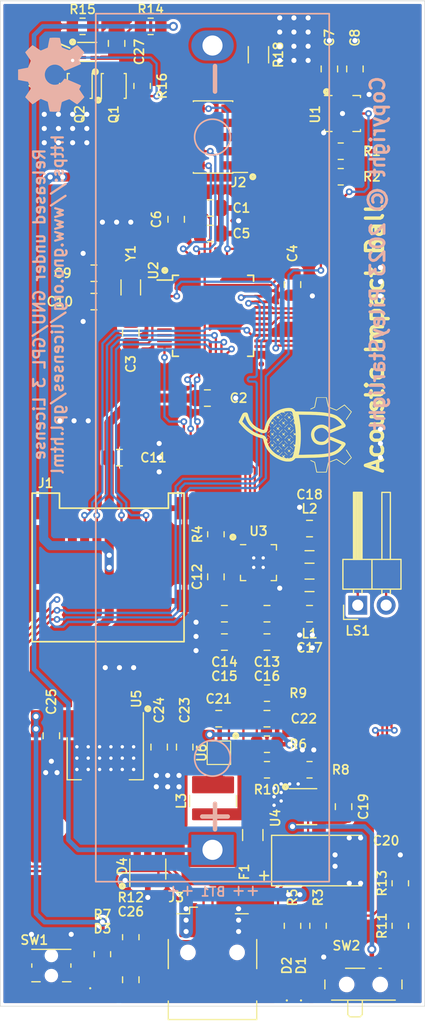
<source format=kicad_pcb>
(kicad_pcb (version 20171130) (host pcbnew 5.1.12-84ad8e8a86~92~ubuntu18.04.1)
  (layers (0 F.Cu signal) (31 B.Cu signal) (34 B.Paste user) (35 F.Paste user) (36 B.SilkS user) (37 F.SilkS user) (38 B.Mask user) (39 F.Mask user) (44 Edge.Cuts user))
  (net 0 "")
  (net 1 "Net-(BT1-Pad1)")
  (net 2 "Net-(BT1-Pad2)")
  (net 3 "Net-(C1-Pad1)")
  (net 4 GND)
  (net 5 +3V3)
  (net 6 "Net-(C9-Pad2)")
  (net 7 "Net-(C10-Pad2)")
  (net 8 +5V)
  (net 9 "Net-(C17-Pad1)")
  (net 10 "Net-(C18-Pad1)")
  (net 11 "Net-(C19-Pad1)")
  (net 12 "Net-(D1-Pad2)")
  (net 13 /D-)
  (net 14 /D+)
  (net 15 "Net-(J1-Pad1)")
  (net 16 /SD_CS)
  (net 17 /SD_MOSI)
  (net 18 /SD_SCK)
  (net 19 /SD_MISO)
  (net 20 "Net-(J1-Pad8)")
  (net 21 /SWDIO)
  (net 22 /SWCLK)
  (net 23 "Net-(J2-Pad6)")
  (net 24 "Net-(J2-Pad7)")
  (net 25 "Net-(J2-Pad8)")
  (net 26 "Net-(J2-Pad9)")
  (net 27 "Net-(J3-Pad4)")
  (net 28 "Net-(L1-Pad1)")
  (net 29 "Net-(L2-Pad1)")
  (net 30 "Net-(Q1-Pad1)")
  (net 31 /IMU_SDA)
  (net 32 /IMU_SCL)
  (net 33 /ULED)
  (net 34 "Net-(R8-Pad1)")
  (net 35 "Net-(R11-Pad1)")
  (net 36 "Net-(R9-Pad1)")
  (net 37 /VBAT)
  (net 38 "Net-(R15-Pad1)")
  (net 39 "Net-(U1-Pad2)")
  (net 40 "Net-(U1-Pad3)")
  (net 41 "Net-(U1-Pad9)")
  (net 42 /IMU_INT)
  (net 43 "Net-(U1-Pad13)")
  (net 44 "Net-(U1-Pad15)")
  (net 45 "Net-(U1-Pad16)")
  (net 46 "Net-(U2-Pad4)")
  (net 47 "Net-(U2-Pad7)")
  (net 48 "Net-(U2-Pad8)")
  (net 49 "Net-(U2-Pad9)")
  (net 50 "Net-(U2-Pad10)")
  (net 51 "Net-(U2-Pad11)")
  (net 52 /I2S_DAT)
  (net 53 "Net-(U2-Pad13)")
  (net 54 "Net-(U2-Pad14)")
  (net 55 /I2S_BCL)
  (net 56 /I2S_LRC)
  (net 57 "Net-(U2-Pad22)")
  (net 58 "Net-(U2-Pad23)")
  (net 59 "Net-(U2-Pad24)")
  (net 60 "Net-(U2-Pad25)")
  (net 61 "Net-(U2-Pad28)")
  (net 62 "Net-(U2-Pad30)")
  (net 63 "Net-(U2-Pad37)")
  (net 64 "Net-(U2-Pad38)")
  (net 65 "Net-(U2-Pad39)")
  (net 66 "Net-(U2-Pad41)")
  (net 67 "Net-(U2-Pad47)")
  (net 68 "Net-(U2-Pad48)")
  (net 69 "Net-(U3-Pad5)")
  (net 70 "Net-(U3-Pad6)")
  (net 71 "Net-(U3-Pad12)")
  (net 72 "Net-(U3-Pad13)")
  (net 73 "Net-(C20-Pad1)")
  (net 74 "Net-(C21-Pad2)")
  (net 75 "Net-(C21-Pad1)")
  (net 76 "Net-(C26-Pad1)")
  (net 77 "Net-(D2-Pad2)")
  (net 78 "Net-(SW2-Pad1)")
  (net 79 "Net-(C22-Pad2)")
  (net 80 "Net-(C27-Pad1)")
  (net 81 "Net-(D2-Pad1)")
  (net 82 "Net-(D3-Pad2)")
  (net 83 "Net-(D4-Pad6)")
  (net 84 "Net-(D4-Pad5)")
  (net 85 /RST)
  (net 86 "Net-(Q1-Pad3)")
  (net 87 "Net-(Q2-Pad3)")
  (net 88 "Net-(R4-Pad1)")
  (net 89 "Net-(U7-Pad1)")
  (module logo:akorn-logo (layer F.Cu) (at 26.416 38.862 90)
    (fp_text reference G*** hide)
    (fp_text value LOGO hide)
  )
  (module EVQP7:EVQP7 (layer F.Cu) (at 4.572 86.36 180)
    (fp_text reference SW1 (at 1.524 2.286 180) (layer F.SilkS) (effects (font (size 0.8128 0.8128) (thickness 0.1524))))
    (fp_text value Reset)
    (pad "" np_thru_hole circle (at 0 -0.9) (size 0.7 0.7) (drill 0.7) (layers *.Cu *.Mask))
    (pad "" np_thru_hole circle (at 0 0.9) (size 0.7 0.7) (drill 0.7) (layers *.Cu *.Mask))
    (pad 1 smd rect (at 1.8 -0.725) (size 1.4 1.05) (layers F.Cu F.Paste F.Mask) (net 85 /RST))
    (pad 1 smd rect (at -1.8 -0.725) (size 1.4 1.05) (layers F.Cu F.Paste F.Mask) (net 85 /RST))
    (pad 2 smd rect (at -1.8 0.725) (size 1.4 1.05) (layers F.Cu F.Paste F.Mask) (net 4 GND))
    (pad 2 smd rect (at 1.8 0.725) (size 1.4 1.05) (layers F.Cu F.Paste F.Mask) (net 4 GND))
  )
  (module Symbol:OSHW-Symbol_6.7x6mm_SilkScreen (layer B.Cu) (at 4.572 6.604 270)
    (fp_text reference REF** hide)
    (fp_text value OSHW-Symbol_6.7x6mm_SilkScreen hide)
  )
  (module Fiducial:Fiducial_0.5mm_Mask1mm (layer F.Cu) (at 4.572 4.572)
    (fp_text reference REF** hide)
    (fp_text value Fiducial_0.5mm_Mask1mm hide)
    (pad "" smd circle (at 0 0) (size 0.5 0.5) (layers F.Cu F.Mask) (clearance 0.25))
  )
  (module Fiducial:Fiducial_0.5mm_Mask1mm (layer F.Cu) (at 28.194 8.382)
    (fp_text reference REF** hide)
    (fp_text value Fiducial_0.5mm_Mask1mm hide)
    (pad "" smd circle (at 0 0) (size 0.5 0.5) (layers F.Cu F.Mask) (clearance 0.25))
  )
  (module Fiducial:Fiducial_0.5mm_Mask1mm (layer F.Cu) (at 23.368 32.512)
    (fp_text reference REF** hide)
    (fp_text value Fiducial_0.5mm_Mask1mm hide)
    (pad "" smd circle (at 0 0) (size 0.5 0.5) (layers F.Cu F.Mask) (clearance 0.25))
  )
  (module Fiducial:Fiducial_0.5mm_Mask1mm (layer F.Cu) (at 25.146 48.26)
    (fp_text reference REF** hide)
    (fp_text value Fiducial_0.5mm_Mask1mm hide)
    (pad "" smd circle (at 0 0) (size 0.5 0.5) (layers F.Cu F.Mask) (clearance 0.25))
  )
  (module Fiducial:Fiducial_0.5mm_Mask1mm (layer F.Cu) (at 14.478 72.39)
    (fp_text reference REF** hide)
    (fp_text value Fiducial_0.5mm_Mask1mm hide)
    (pad "" smd circle (at 0 0) (size 0.5 0.5) (layers F.Cu F.Mask) (clearance 0.25))
  )
  (module Fiducial:Fiducial_1mm_Mask2mm (layer F.Cu) (at 5 74)
    (fp_text reference REF** hide)
    (fp_text value Fiducial_1mm_Mask2mm hide)
    (pad "" smd circle (at 0 0) (size 1 1) (layers F.Cu F.Mask) (clearance 0.5))
  )
  (module Fiducial:Fiducial_1mm_Mask2mm (layer F.Cu) (at 36 2)
    (fp_text reference REF** hide)
    (fp_text value Fiducial_1mm_Mask2mm hide)
    (pad "" smd circle (at 0 0) (size 1 1) (layers F.Cu F.Mask) (clearance 0.5))
  )
  (module Fiducial:Fiducial_1mm_Mask2mm (layer F.Cu) (at 2 2)
    (fp_text reference REF** hide)
    (fp_text value Fiducial_1mm_Mask2mm hide)
    (pad "" smd circle (at 0 0) (size 1 1) (layers F.Cu F.Mask) (clearance 0.5))
  )
  (module 18650-holder:18650-holder (layer B.Cu) (at 19 40 90)
    (fp_text reference BT1 (at -39.756 0.05) (layer B.SilkS) (effects (font (size 0.8128 0.8128) (thickness 0.1524)) (justify mirror)))
    (fp_text value Li-Ion)
    (fp_text user + (at -33.02 0 270) (layer B.SilkS) (effects (font (size 3 3) (thickness 0.4)) (justify mirror)))
    (fp_text user - (at 33.02 0 270) (layer B.SilkS) (effects (font (size 3 3) (thickness 0.4)) (justify mirror)))
    (pad 1 thru_hole rect (at -36 0 90) (size 2.7 3.8) (drill 1.8) (layers *.Cu *.Mask) (net 1 "Net-(BT1-Pad1)"))
    (pad 2 thru_hole oval (at 36 0 90) (size 2.7 3.8) (drill 1.8) (layers *.Cu *.Mask) (net 2 "Net-(BT1-Pad2)"))
  )
  (module Capacitor_SMD:C_0805_2012Metric (layer F.Cu) (at 18.796 18.542)
    (fp_text reference C1 (at 2.794 0) (layer F.SilkS) (effects (font (size 0.8128 0.8128) (thickness 0.1524))))
    (fp_text value 1µF)
    (pad 1 smd roundrect (at -0.95 0) (size 1 1.45) (layers F.Cu F.Paste F.Mask) (net 3 "Net-(C1-Pad1)"))
    (pad 2 smd roundrect (at 0.95 0) (size 1 1.45) (layers F.Cu F.Paste F.Mask) (net 4 GND))
  )
  (module Capacitor_SMD:C_0805_2012Metric (layer F.Cu) (at 18.542 35.56)
    (fp_text reference C2 (at 2.794 0) (layer F.SilkS) (effects (font (size 0.8128 0.8128) (thickness 0.1524))))
    (fp_text value 100nF)
    (pad 2 smd roundrect (at 0.95 0) (size 1 1.45) (layers F.Cu F.Paste F.Mask) (net 4 GND))
    (pad 1 smd roundrect (at -0.95 0) (size 1 1.45) (layers F.Cu F.Paste F.Mask) (net 5 +3V3))
  )
  (module Capacitor_SMD:C_0805_2012Metric (layer F.Cu) (at 11.684 29.718 90)
    (fp_text reference C3 (at -2.794 0 90) (layer F.SilkS) (effects (font (size 0.8128 0.8128) (thickness 0.1524))))
    (fp_text value 100nF)
    (pad 1 smd roundrect (at -0.95 0 90) (size 1 1.45) (layers F.Cu F.Paste F.Mask) (net 5 +3V3))
    (pad 2 smd roundrect (at 0.95 0 90) (size 1 1.45) (layers F.Cu F.Paste F.Mask) (net 4 GND))
  )
  (module Capacitor_SMD:C_0805_2012Metric (layer F.Cu) (at 26.162 25.4 270)
    (fp_text reference C4 (at -2.794 0 90) (layer F.SilkS) (effects (font (size 0.8128 0.8128) (thickness 0.1524))))
    (fp_text value 100nF)
    (pad 2 smd roundrect (at 0.95 0 270) (size 1 1.45) (layers F.Cu F.Paste F.Mask) (net 4 GND))
    (pad 1 smd roundrect (at -0.95 0 270) (size 1 1.45) (layers F.Cu F.Paste F.Mask) (net 5 +3V3))
  )
  (module Capacitor_SMD:C_0805_2012Metric (layer F.Cu) (at 18.796 20.828)
    (fp_text reference C5 (at 2.794 0) (layer F.SilkS) (effects (font (size 0.8128 0.8128) (thickness 0.1524))))
    (fp_text value 100nF)
    (pad 1 smd roundrect (at -0.95 0) (size 1 1.45) (layers F.Cu F.Paste F.Mask) (net 5 +3V3))
    (pad 2 smd roundrect (at 0.95 0) (size 1 1.45) (layers F.Cu F.Paste F.Mask) (net 4 GND))
  )
  (module Capacitor_SMD:C_0805_2012Metric (layer F.Cu) (at 15.748 19.558 90)
    (fp_text reference C6 (at 0 -1.778 90) (layer F.SilkS) (effects (font (size 0.8128 0.8128) (thickness 0.1524))))
    (fp_text value 10µF)
    (pad 2 smd roundrect (at 0.95 0 90) (size 1 1.45) (layers F.Cu F.Paste F.Mask) (net 4 GND))
    (pad 1 smd roundrect (at -0.95 0 90) (size 1 1.45) (layers F.Cu F.Paste F.Mask) (net 5 +3V3))
  )
  (module Capacitor_SMD:C_0805_2012Metric (layer F.Cu) (at 29.464 6.096 90)
    (fp_text reference C7 (at 2.794 0 90) (layer F.SilkS) (effects (font (size 0.8128 0.8128) (thickness 0.1524))))
    (fp_text value 100nF)
    (pad 1 smd roundrect (at -0.95 0 90) (size 1 1.45) (layers F.Cu F.Paste F.Mask) (net 5 +3V3))
    (pad 2 smd roundrect (at 0.95 0 90) (size 1 1.45) (layers F.Cu F.Paste F.Mask) (net 4 GND))
  )
  (module Capacitor_SMD:C_0805_2012Metric (layer F.Cu) (at 31.75 6.096 90)
    (fp_text reference C8 (at 2.794 0 90) (layer F.SilkS) (effects (font (size 0.8128 0.8128) (thickness 0.1524))))
    (fp_text value 10µF)
    (pad 2 smd roundrect (at 0.95 0 90) (size 1 1.45) (layers F.Cu F.Paste F.Mask) (net 4 GND))
    (pad 1 smd roundrect (at -0.95 0 90) (size 1 1.45) (layers F.Cu F.Paste F.Mask) (net 5 +3V3))
  )
  (module Capacitor_SMD:C_0805_2012Metric (layer F.Cu) (at 8.382 24.384)
    (fp_text reference C9 (at -2.794 0) (layer F.SilkS) (effects (font (size 0.8128 0.8128) (thickness 0.1524))))
    (fp_text value 22pF)
    (pad 2 smd roundrect (at 0.95 0) (size 1 1.45) (layers F.Cu F.Paste F.Mask) (net 6 "Net-(C9-Pad2)"))
    (pad 1 smd roundrect (at -0.95 0) (size 1 1.45) (layers F.Cu F.Paste F.Mask) (net 4 GND))
  )
  (module Capacitor_SMD:C_0805_2012Metric (layer F.Cu) (at 8.382 26.924)
    (fp_text reference C10 (at -3.048 0) (layer F.SilkS) (effects (font (size 0.8128 0.8128) (thickness 0.1524))))
    (fp_text value 22pF)
    (pad 1 smd roundrect (at -0.95 0) (size 1 1.45) (layers F.Cu F.Paste F.Mask) (net 4 GND))
    (pad 2 smd roundrect (at 0.95 0) (size 1 1.45) (layers F.Cu F.Paste F.Mask) (net 7 "Net-(C10-Pad2)"))
  )
  (module Capacitor_SMD:C_0805_2012Metric (layer F.Cu) (at 10.668 40.894)
    (fp_text reference C11 (at 3.048 0) (layer F.SilkS) (effects (font (size 0.8128 0.8128) (thickness 0.1524))))
    (fp_text value 100nF)
    (pad 1 smd roundrect (at -0.95 0) (size 1 1.45) (layers F.Cu F.Paste F.Mask) (net 5 +3V3))
    (pad 2 smd roundrect (at 0.95 0) (size 1 1.45) (layers F.Cu F.Paste F.Mask) (net 4 GND))
  )
  (module Capacitor_SMD:C_0805_2012Metric (layer F.Cu) (at 19.304 51.562 90)
    (fp_text reference C12 (at 0 -1.68 90) (layer F.SilkS) (effects (font (size 0.8128 0.8128) (thickness 0.1524))))
    (fp_text value 100nF)
    (pad 2 smd roundrect (at 0.95 0 90) (size 1 1.45) (layers F.Cu F.Paste F.Mask) (net 4 GND))
    (pad 1 smd roundrect (at -0.95 0 90) (size 1 1.45) (layers F.Cu F.Paste F.Mask) (net 8 +5V))
  )
  (module Capacitor_SMD:C_0805_2012Metric (layer F.Cu) (at 23.876 54.864)
    (fp_text reference C13 (at 0 4.318) (layer F.SilkS) (effects (font (size 0.8128 0.8128) (thickness 0.1524))))
    (fp_text value 22µF)
    (pad 2 smd roundrect (at 0.95 0) (size 1 1.45) (layers F.Cu F.Paste F.Mask) (net 4 GND))
    (pad 1 smd roundrect (at -0.95 0) (size 1 1.45) (layers F.Cu F.Paste F.Mask) (net 8 +5V))
  )
  (module Capacitor_SMD:C_0805_2012Metric (layer F.Cu) (at 20.066 54.864 180)
    (fp_text reference C14 (at 0 -4.318) (layer F.SilkS) (effects (font (size 0.8128 0.8128) (thickness 0.1524))))
    (fp_text value 22µF)
    (pad 1 smd roundrect (at -0.95 0 180) (size 1 1.45) (layers F.Cu F.Paste F.Mask) (net 8 +5V))
    (pad 2 smd roundrect (at 0.95 0 180) (size 1 1.45) (layers F.Cu F.Paste F.Mask) (net 4 GND))
  )
  (module Capacitor_SMD:C_0805_2012Metric (layer F.Cu) (at 27.686 54.864 180)
    (fp_text reference C17 (at 0 -3.048) (layer F.SilkS) (effects (font (size 0.8128 0.8128) (thickness 0.1524))))
    (fp_text value 220pF)
    (pad 2 smd roundrect (at 0.95 0 180) (size 1 1.45) (layers F.Cu F.Paste F.Mask) (net 4 GND))
    (pad 1 smd roundrect (at -0.95 0 180) (size 1 1.45) (layers F.Cu F.Paste F.Mask) (net 9 "Net-(C17-Pad1)"))
  )
  (module Capacitor_SMD:C_0805_2012Metric (layer F.Cu) (at 27.686 47.244 180)
    (fp_text reference C18 (at 0 3.048) (layer F.SilkS) (effects (font (size 0.8128 0.8128) (thickness 0.1524))))
    (fp_text value 220pF)
    (pad 1 smd roundrect (at -0.95 0 180) (size 1 1.45) (layers F.Cu F.Paste F.Mask) (net 10 "Net-(C18-Pad1)"))
    (pad 2 smd roundrect (at 0.95 0 180) (size 1 1.45) (layers F.Cu F.Paste F.Mask) (net 4 GND))
  )
  (module Capacitor_SMD:C_0805_2012Metric (layer F.Cu) (at 30.734 72.136 90)
    (fp_text reference C19 (at 0 1.778 90) (layer F.SilkS) (effects (font (size 0.8128 0.8128) (thickness 0.1524))))
    (fp_text value 10µF)
    (pad 2 smd roundrect (at 0.95 0 90) (size 1 1.45) (layers F.Cu F.Paste F.Mask) (net 4 GND))
    (pad 1 smd roundrect (at -0.95 0 90) (size 1 1.45) (layers F.Cu F.Paste F.Mask) (net 11 "Net-(C19-Pad1)"))
  )
  (module Capacitor_SMD:C_0805_2012Metric (layer F.Cu) (at 19.558 64.262 180)
    (fp_text reference C21 (at 0 1.778) (layer F.SilkS) (effects (font (size 0.8128 0.8128) (thickness 0.1524))))
    (fp_text value 10nF)
    (pad 2 smd roundrect (at 0.95 0 180) (size 1 1.45) (layers F.Cu F.Paste F.Mask) (net 74 "Net-(C21-Pad2)"))
    (pad 1 smd roundrect (at -0.95 0 180) (size 1 1.45) (layers F.Cu F.Paste F.Mask) (net 75 "Net-(C21-Pad1)"))
  )
  (module Capacitor_SMD:C_0805_2012Metric (layer F.Cu) (at 4.572 65.786 270)
    (fp_text reference C25 (at -3.048 0 90) (layer F.SilkS) (effects (font (size 0.8128 0.8128) (thickness 0.1524))))
    (fp_text value 1µF)
    (pad 1 smd roundrect (at -0.95 0 270) (size 1 1.45) (layers F.Cu F.Paste F.Mask) (net 5 +3V3))
    (pad 2 smd roundrect (at 0.95 0 270) (size 1 1.45) (layers F.Cu F.Paste F.Mask) (net 4 GND))
  )
  (module Capacitor_SMD:C_0805_2012Metric (layer F.Cu) (at 11.684 87.63 90)
    (fp_text reference C26 (at 6.096 0 180) (layer F.SilkS) (effects (font (size 0.8128 0.8128) (thickness 0.1524))))
    (fp_text value 4.7nF)
    (pad 1 smd roundrect (at -0.95 0 90) (size 1 1.45) (layers F.Cu F.Paste F.Mask) (net 76 "Net-(C26-Pad1)"))
    (pad 2 smd roundrect (at 0.95 0 90) (size 1 1.45) (layers F.Cu F.Paste F.Mask) (net 4 GND))
  )
  (module Capacitor_SMD:C_0805_2012Metric (layer F.Cu) (at 10.414 3.81 270)
    (fp_text reference C27 (at 0.762 -2.032 90) (layer F.SilkS) (effects (font (size 0.8128 0.8128) (thickness 0.1524))))
    (fp_text value 100nF)
    (pad 1 smd roundrect (at -0.95 0 270) (size 1 1.45) (layers F.Cu F.Paste F.Mask) (net 80 "Net-(C27-Pad1)"))
    (pad 2 smd roundrect (at 0.95 0 270) (size 1 1.45) (layers F.Cu F.Paste F.Mask) (net 2 "Net-(BT1-Pad2)"))
  )
  (module Package_TO_SOT_SMD:SOT-23-6 (layer F.Cu) (at 13.208 77.724 90)
    (fp_text reference D4 (at 0.254 -2.286 90) (layer F.SilkS) (effects (font (size 0.8128 0.8128) (thickness 0.1524))))
    (fp_text value ESD5V5U5ULC)
    (pad 1 smd rect (at -1.1 -0.95 90) (size 1.06 0.65) (layers F.Cu F.Paste F.Mask) (net 11 "Net-(C19-Pad1)"))
    (pad 2 smd rect (at -1.1 0 90) (size 1.06 0.65) (layers F.Cu F.Paste F.Mask) (net 4 GND))
    (pad 3 smd rect (at -1.1 0.95 90) (size 1.06 0.65) (layers F.Cu F.Paste F.Mask) (net 13 /D-))
    (pad 4 smd rect (at 1.1 0.95 90) (size 1.06 0.65) (layers F.Cu F.Paste F.Mask) (net 14 /D+))
    (pad 6 smd rect (at 1.1 -0.95 90) (size 1.06 0.65) (layers F.Cu F.Paste F.Mask) (net 83 "Net-(D4-Pad6)"))
    (pad 5 smd rect (at 1.1 0 90) (size 1.06 0.65) (layers F.Cu F.Paste F.Mask) (net 84 "Net-(D4-Pad5)"))
  )
  (module Fuse:Fuse_1206_3216Metric_Castellated (layer F.Cu) (at 22.606 74.676 270)
    (fp_text reference F1 (at 3.302 0.762 90) (layer F.SilkS) (effects (font (size 0.8128 0.8128) (thickness 0.1524))))
    (fp_text value 1.5A)
    (pad 1 smd roundrect (at -1.425 0 270) (size 1.6 1.65) (layers F.Cu F.Paste F.Mask) (roundrect_rratio 0.15625) (net 73 "Net-(C20-Pad1)"))
    (pad 2 smd roundrect (at 1.425 0 270) (size 1.6 1.65) (layers F.Cu F.Paste F.Mask) (roundrect_rratio 0.15625) (net 1 "Net-(BT1-Pad1)"))
  )
  (module 5009010801:5009010801 (layer F.Cu) (at 9.652 48.768 90)
    (fp_text reference J1 (at 5.588 -5.588 180) (layer F.SilkS) (effects (font (size 0.8128 0.8128) (thickness 0.1524))))
    (fp_text value Micro_SD_Card)
    (pad 1 smd rect (at 0.75 -3.2 90) (size 1.5 0.8) (layers F.Cu F.Paste F.Mask) (net 15 "Net-(J1-Pad1)"))
    (pad 2 smd rect (at 0.75 -2.1 90) (size 1.5 0.8) (layers F.Cu F.Paste F.Mask) (net 16 /SD_CS))
    (pad 3 smd rect (at 0.75 -1 90) (size 1.5 0.8) (layers F.Cu F.Paste F.Mask) (net 17 /SD_MOSI))
    (pad 4 smd rect (at 0.75 0.1 90) (size 1.5 0.8) (layers F.Cu F.Paste F.Mask) (net 5 +3V3))
    (pad 5 smd rect (at 0.75 1.2 90) (size 1.5 0.8) (layers F.Cu F.Paste F.Mask) (net 18 /SD_SCK))
    (pad 6 smd rect (at 0.75 2.3 90) (size 1.5 0.8) (layers F.Cu F.Paste F.Mask) (net 4 GND))
    (pad 7 smd rect (at 0.75 3.4 90) (size 1.5 0.8) (layers F.Cu F.Paste F.Mask) (net 19 /SD_MISO))
    (pad 8 smd rect (at 0.75 4.5 90) (size 1.5 0.8) (layers F.Cu F.Paste F.Mask) (net 20 "Net-(J1-Pad8)"))
    (pad 9 smd rect (at 3.35 -6.875 90) (size 2 1.45) (layers F.Cu F.Paste F.Mask) (net 4 GND))
    (pad 9 smd rect (at -4.95 -6.875 90) (size 2 1.45) (layers F.Cu F.Paste F.Mask) (net 4 GND))
    (pad 9 smd rect (at 3.35 6.875 90) (size 2 1.45) (layers F.Cu F.Paste F.Mask) (net 4 GND))
    (pad 9 smd rect (at -4.95 6.875 90) (size 2 1.45) (layers F.Cu F.Paste F.Mask) (net 4 GND))
  )
  (module Connector_PinHeader_1.27mm:PinHeader_2x05_P1.27mm_Vertical_SMD (layer F.Cu) (at 19.05 12.192 180)
    (fp_text reference J2 (at -2.286 -4.064) (layer F.SilkS) (effects (font (size 0.8128 0.8128) (thickness 0.1524))))
    (fp_text value JTAG)
    (pad 1 smd rect (at -1.95 -2.54 180) (size 2.4 0.74) (layers F.Cu F.Paste F.Mask) (net 5 +3V3))
    (pad 2 smd rect (at 1.95 -2.54 180) (size 2.4 0.74) (layers F.Cu F.Paste F.Mask) (net 21 /SWDIO))
    (pad 3 smd rect (at -1.95 -1.27 180) (size 2.4 0.74) (layers F.Cu F.Paste F.Mask) (net 4 GND))
    (pad 4 smd rect (at 1.95 -1.27 180) (size 2.4 0.74) (layers F.Cu F.Paste F.Mask) (net 22 /SWCLK))
    (pad 5 smd rect (at -1.95 0 180) (size 2.4 0.74) (layers F.Cu F.Paste F.Mask) (net 4 GND))
    (pad 6 smd rect (at 1.95 0 180) (size 2.4 0.74) (layers F.Cu F.Paste F.Mask) (net 23 "Net-(J2-Pad6)"))
    (pad 7 smd rect (at -1.95 1.27 180) (size 2.4 0.74) (layers F.Cu F.Paste F.Mask) (net 24 "Net-(J2-Pad7)"))
    (pad 8 smd rect (at 1.95 1.27 180) (size 2.4 0.74) (layers F.Cu F.Paste F.Mask) (net 25 "Net-(J2-Pad8)"))
    (pad 9 smd rect (at -1.95 2.54 180) (size 2.4 0.74) (layers F.Cu F.Paste F.Mask) (net 26 "Net-(J2-Pad9)"))
    (pad 10 smd rect (at 1.95 2.54 180) (size 2.4 0.74) (layers F.Cu F.Paste F.Mask) (net 85 /RST))
  )
  (module Inductor_SMD:L_0805_2012Metric (layer F.Cu) (at 27.686 52.324)
    (fp_text reference L1 (at 0 4.318) (layer F.SilkS) (effects (font (size 0.8128 0.8128) (thickness 0.1524))))
    (fp_text value Choke)
    (pad 1 smd roundrect (at -1.0625 0) (size 0.875 1.2) (layers F.Cu F.Paste F.Mask) (net 28 "Net-(L1-Pad1)"))
    (pad 2 smd roundrect (at 1.0625 0) (size 0.875 1.2) (layers F.Cu F.Paste F.Mask) (net 9 "Net-(C17-Pad1)"))
  )
  (module Inductor_SMD:L_0805_2012Metric (layer F.Cu) (at 27.686 49.784)
    (fp_text reference L2 (at 0 -4.318) (layer F.SilkS) (effects (font (size 0.8128 0.8128) (thickness 0.1524))))
    (fp_text value Choke)
    (pad 2 smd roundrect (at 1.0625 0) (size 0.875 1.2) (layers F.Cu F.Paste F.Mask) (net 10 "Net-(C18-Pad1)"))
    (pad 1 smd roundrect (at -1.0625 0) (size 0.875 1.2) (layers F.Cu F.Paste F.Mask) (net 29 "Net-(L2-Pad1)"))
  )
  (module Connector_PinHeader_2.54mm:PinHeader_1x02_P2.54mm_Horizontal (layer F.Cu) (at 32.004 54.102 90)
    (fp_text reference LS1 (at -2.286 0 180) (layer F.SilkS) (effects (font (size 0.8128 0.8128) (thickness 0.1524))))
    (fp_text value Speaker)
    (pad 1 thru_hole rect (at 0 0 90) (size 1.7 1.7) (drill 1) (layers *.Cu *.Mask) (net 9 "Net-(C17-Pad1)"))
    (pad 2 thru_hole oval (at 0 2.54 90) (size 1.7 1.7) (drill 1) (layers *.Cu *.Mask) (net 10 "Net-(C18-Pad1)"))
  )
  (module Resistor_SMD:R_0805_2012Metric (layer F.Cu) (at 30.48 13.462 180)
    (fp_text reference R1 (at -2.794 0) (layer F.SilkS) (effects (font (size 0.8128 0.8128) (thickness 0.1524))))
    (fp_text value 10k)
    (pad 1 smd roundrect (at -0.9125 0 180) (size 1.025 1.4) (layers F.Cu F.Paste F.Mask) (roundrect_rratio 0.2439004878048781) (net 5 +3V3))
    (pad 2 smd roundrect (at 0.9125 0 180) (size 1.025 1.4) (layers F.Cu F.Paste F.Mask) (roundrect_rratio 0.2439004878048781) (net 31 /IMU_SDA))
  )
  (module Resistor_SMD:R_0805_2012Metric (layer F.Cu) (at 30.48 15.748 180)
    (fp_text reference R2 (at -2.794 0) (layer F.SilkS) (effects (font (size 0.8128 0.8128) (thickness 0.1524))))
    (fp_text value 10k)
    (pad 2 smd roundrect (at 0.9125 0 180) (size 1.025 1.4) (layers F.Cu F.Paste F.Mask) (roundrect_rratio 0.2439004878048781) (net 32 /IMU_SCL))
    (pad 1 smd roundrect (at -0.9125 0 180) (size 1.025 1.4) (layers F.Cu F.Paste F.Mask) (roundrect_rratio 0.2439004878048781) (net 5 +3V3))
  )
  (module Resistor_SMD:R_0805_2012Metric (layer F.Cu) (at 19.304 47.752 90)
    (fp_text reference R4 (at 0 -1.65 90) (layer F.SilkS) (effects (font (size 0.8128 0.8128) (thickness 0.1524))))
    (fp_text value 100k)
    (pad 2 smd roundrect (at 0.9125 0 90) (size 1.025 1.4) (layers F.Cu F.Paste F.Mask) (roundrect_rratio 0.2439004878048781) (net 4 GND))
    (pad 1 smd roundrect (at -0.9125 0 90) (size 1.025 1.4) (layers F.Cu F.Paste F.Mask) (roundrect_rratio 0.2439004878048781) (net 88 "Net-(R4-Pad1)"))
  )
  (module Resistor_SMD:R_0805_2012Metric (layer F.Cu) (at 26.162 82.804 270)
    (fp_text reference R5 (at -2.54 0 90) (layer F.SilkS) (effects (font (size 0.8128 0.8128) (thickness 0.1524))))
    (fp_text value 120R)
    (pad 1 smd roundrect (at -0.9125 0 270) (size 1.025 1.4) (layers F.Cu F.Paste F.Mask) (roundrect_rratio 0.2439004878048781) (net 11 "Net-(C19-Pad1)"))
    (pad 2 smd roundrect (at 0.9125 0 270) (size 1.025 1.4) (layers F.Cu F.Paste F.Mask) (roundrect_rratio 0.2439004878048781) (net 77 "Net-(D2-Pad2)"))
  )
  (module Resistor_SMD:R_0805_2012Metric (layer F.Cu) (at 9.144 85.344 270)
    (fp_text reference R7 (at -3.556 0 180) (layer F.SilkS) (effects (font (size 0.8128 0.8128) (thickness 0.1524))))
    (fp_text value 120R)
    (pad 1 smd roundrect (at -0.9125 0 270) (size 1.025 1.4) (layers F.Cu F.Paste F.Mask) (roundrect_rratio 0.2439004878048781) (net 5 +3V3))
    (pad 2 smd roundrect (at 0.9125 0 270) (size 1.025 1.4) (layers F.Cu F.Paste F.Mask) (roundrect_rratio 0.2439004878048781) (net 82 "Net-(D3-Pad2)"))
  )
  (module Resistor_SMD:R_0805_2012Metric (layer F.Cu) (at 23.876 66.548 180)
    (fp_text reference R6 (at -2.794 0) (layer F.SilkS) (effects (font (size 0.8128 0.8128) (thickness 0.1524))))
    (fp_text value 316k)
    (pad 2 smd roundrect (at 0.9125 0 180) (size 1.025 1.4) (layers F.Cu F.Paste F.Mask) (roundrect_rratio 0.2439004878048781) (net 79 "Net-(C22-Pad2)"))
    (pad 1 smd roundrect (at -0.9125 0 180) (size 1.025 1.4) (layers F.Cu F.Paste F.Mask) (roundrect_rratio 0.2439004878048781) (net 8 +5V))
  )
  (module Resistor_SMD:R_0805_2012Metric (layer F.Cu) (at 27.686 68.834 180)
    (fp_text reference R8 (at -2.794 0) (layer F.SilkS) (effects (font (size 0.8128 0.8128) (thickness 0.1524))))
    (fp_text value 2k)
    (pad 1 smd roundrect (at -0.9125 0 180) (size 1.025 1.4) (layers F.Cu F.Paste F.Mask) (roundrect_rratio 0.2439004878048781) (net 34 "Net-(R8-Pad1)"))
    (pad 2 smd roundrect (at 0.9125 0 180) (size 1.025 1.4) (layers F.Cu F.Paste F.Mask) (roundrect_rratio 0.244) (net 4 GND))
  )
  (module Resistor_SMD:R_0805_2012Metric (layer F.Cu) (at 23.876 61.976)
    (fp_text reference R9 (at 2.794 0) (layer F.SilkS) (effects (font (size 0.8128 0.8128) (thickness 0.1524))))
    (fp_text value 1k)
    (pad 2 smd roundrect (at 0.9125 0) (size 1.025 1.4) (layers F.Cu F.Paste F.Mask) (roundrect_rratio 0.2439004878048781) (net 35 "Net-(R11-Pad1)"))
    (pad 1 smd roundrect (at -0.9125 0) (size 1.025 1.4) (layers F.Cu F.Paste F.Mask) (roundrect_rratio 0.2439004878048781) (net 36 "Net-(R9-Pad1)"))
  )
  (module Resistor_SMD:R_0805_2012Metric (layer F.Cu) (at 23.876 68.834)
    (fp_text reference R10 (at 0 1.778) (layer F.SilkS) (effects (font (size 0.8128 0.8128) (thickness 0.1524))))
    (fp_text value 95k3)
    (pad 1 smd roundrect (at -0.9125 0) (size 1.025 1.4) (layers F.Cu F.Paste F.Mask) (roundrect_rratio 0.2439004878048781) (net 79 "Net-(C22-Pad2)"))
    (pad 2 smd roundrect (at 0.9125 0) (size 1.025 1.4) (layers F.Cu F.Paste F.Mask) (roundrect_rratio 0.244) (net 4 GND))
  )
  (module Resistor_SMD:R_0805_2012Metric (layer F.Cu) (at 35.814 82.804 90)
    (fp_text reference R11 (at 0 -1.65 90) (layer F.SilkS) (effects (font (size 0.8128 0.8128) (thickness 0.1524))))
    (fp_text value 100k)
    (pad 1 smd roundrect (at -0.9125 0 90) (size 1.025 1.4) (layers F.Cu F.Paste F.Mask) (roundrect_rratio 0.2439004878048781) (net 35 "Net-(R11-Pad1)"))
    (pad 2 smd roundrect (at 0.9125 0 90) (size 1.025 1.4) (layers F.Cu F.Paste F.Mask) (roundrect_rratio 0.2439004878048781) (net 37 /VBAT))
  )
  (module Resistor_SMD:R_0805_2012Metric (layer F.Cu) (at 11.684 83.82 270)
    (fp_text reference R12 (at -3.556 0 180) (layer F.SilkS) (effects (font (size 0.8128 0.8128) (thickness 0.1524))))
    (fp_text value 1M)
    (pad 2 smd roundrect (at 0.9125 0 270) (size 1.025 1.4) (layers F.Cu F.Paste F.Mask) (roundrect_rratio 0.2439004878048781) (net 4 GND))
    (pad 1 smd roundrect (at -0.9125 0 270) (size 1.025 1.4) (layers F.Cu F.Paste F.Mask) (roundrect_rratio 0.2439004878048781) (net 76 "Net-(C26-Pad1)"))
  )
  (module Resistor_SMD:R_0805_2012Metric (layer F.Cu) (at 35.814 78.994 90)
    (fp_text reference R13 (at 0 -1.65 90) (layer F.SilkS) (effects (font (size 0.8128 0.8128) (thickness 0.1524))))
    (fp_text value 100k)
    (pad 2 smd roundrect (at 0.9125 0 90) (size 1.025 1.4) (layers F.Cu F.Paste F.Mask) (roundrect_rratio 0.2439004878048781) (net 4 GND))
    (pad 1 smd roundrect (at -0.9125 0 90) (size 1.025 1.4) (layers F.Cu F.Paste F.Mask) (roundrect_rratio 0.2439004878048781) (net 37 /VBAT))
  )
  (module Resistor_SMD:R_0805_2012Metric (layer F.Cu) (at 13.462 2.286 180)
    (fp_text reference R14 (at 0 1.524 180) (layer F.SilkS) (effects (font (size 0.8128 0.8128) (thickness 0.1524))))
    (fp_text value 330R)
    (pad 1 smd roundrect (at -0.9125 0 180) (size 1.025 1.4) (layers F.Cu F.Paste F.Mask) (roundrect_rratio 0.2439004878048781) (net 1 "Net-(BT1-Pad1)"))
    (pad 2 smd roundrect (at 0.9125 0 180) (size 1.025 1.4) (layers F.Cu F.Paste F.Mask) (roundrect_rratio 0.2439004878048781) (net 80 "Net-(C27-Pad1)"))
  )
  (module Resistor_SMD:R_0805_2012Metric (layer F.Cu) (at 7.366 2.286 180)
    (fp_text reference R15 (at 0 1.524 180) (layer F.SilkS) (effects (font (size 0.8128 0.8128) (thickness 0.1524))))
    (fp_text value 2k2)
    (pad 1 smd roundrect (at -0.9125 0 180) (size 1.025 1.4) (layers F.Cu F.Paste F.Mask) (roundrect_rratio 0.2439004878048781) (net 38 "Net-(R15-Pad1)"))
    (pad 2 smd roundrect (at 0.9125 0 180) (size 1.025 1.4) (layers F.Cu F.Paste F.Mask) (roundrect_rratio 0.2439004878048781) (net 4 GND))
  )
  (module Button_Switch_SMD:SW_SPDT_PCM12 (layer F.Cu) (at 32.512 87.724)
    (fp_text reference SW2 (at -1.524 -3.142) (layer F.SilkS) (effects (font (size 0.8128 0.8128) (thickness 0.1524))))
    (fp_text value SW_SPDT)
    (pad "" np_thru_hole circle (at -1.5 0.33) (size 0.9 0.9) (drill 0.9) (layers *.Cu *.Mask))
    (pad "" np_thru_hole circle (at 1.5 0.33) (size 0.9 0.9) (drill 0.9) (layers *.Cu *.Mask))
    (pad 1 smd rect (at -2.25 -1.43) (size 0.7 1.5) (layers F.Cu F.Paste F.Mask) (net 78 "Net-(SW2-Pad1)"))
    (pad 2 smd rect (at 0.75 -1.43) (size 0.7 1.5) (layers F.Cu F.Paste F.Mask) (net 73 "Net-(C20-Pad1)"))
    (pad 3 smd rect (at 2.25 -1.43) (size 0.7 1.5) (layers F.Cu F.Paste F.Mask) (net 35 "Net-(R11-Pad1)"))
    (pad "" smd rect (at -3.65 1.43) (size 1 0.8) (layers F.Cu F.Paste F.Mask))
    (pad "" smd rect (at 3.65 1.43) (size 1 0.8) (layers F.Cu F.Paste F.Mask))
    (pad "" smd rect (at 3.65 -0.78) (size 1 0.8) (layers F.Cu F.Paste F.Mask))
    (pad "" smd rect (at -3.65 -0.78) (size 1 0.8) (layers F.Cu F.Paste F.Mask))
  )
  (module Package_LGA:LGA-16_3x3mm_P0.5mm_LayoutBorder3x5y (layer F.Cu) (at 30.637 10.087)
    (fp_text reference U1 (at -2.443 0.073 90) (layer F.SilkS) (effects (font (size 0.8128 0.8128) (thickness 0.1524))))
    (fp_text value LIS3DH)
    (pad 1 smd roundrect (at -1.225 -1) (size 0.55 0.35) (layers F.Cu F.Paste F.Mask) (net 5 +3V3))
    (pad 2 smd roundrect (at -1.225 -0.5) (size 0.55 0.35) (layers F.Cu F.Paste F.Mask) (net 39 "Net-(U1-Pad2)"))
    (pad 3 smd roundrect (at -1.225 0) (size 0.55 0.35) (layers F.Cu F.Paste F.Mask) (net 40 "Net-(U1-Pad3)"))
    (pad 4 smd roundrect (at -1.225 0.5) (size 0.55 0.35) (layers F.Cu F.Paste F.Mask) (net 32 /IMU_SCL))
    (pad 5 smd roundrect (at -1.225 1) (size 0.55 0.35) (layers F.Cu F.Paste F.Mask) (net 4 GND))
    (pad 6 smd roundrect (at -0.5 1.225) (size 0.35 0.55) (layers F.Cu F.Paste F.Mask) (net 31 /IMU_SDA))
    (pad 7 smd roundrect (at 0 1.225) (size 0.35 0.55) (layers F.Cu F.Paste F.Mask) (net 4 GND))
    (pad 8 smd roundrect (at 0.5 1.225) (size 0.35 0.55) (layers F.Cu F.Paste F.Mask) (net 5 +3V3))
    (pad 9 smd roundrect (at 1.225 1) (size 0.55 0.35) (layers F.Cu F.Paste F.Mask) (net 41 "Net-(U1-Pad9)"))
    (pad 10 smd roundrect (at 1.225 0.5) (size 0.55 0.35) (layers F.Cu F.Paste F.Mask) (net 4 GND))
    (pad 11 smd roundrect (at 1.225 0) (size 0.55 0.35) (layers F.Cu F.Paste F.Mask) (net 42 /IMU_INT))
    (pad 12 smd roundrect (at 1.225 -0.5) (size 0.55 0.35) (layers F.Cu F.Paste F.Mask) (net 4 GND))
    (pad 13 smd roundrect (at 1.225 -1) (size 0.55 0.35) (layers F.Cu F.Paste F.Mask) (net 43 "Net-(U1-Pad13)"))
    (pad 14 smd roundrect (at 0.5 -1.225) (size 0.35 0.55) (layers F.Cu F.Paste F.Mask) (net 5 +3V3))
    (pad 15 smd roundrect (at 0 -1.225) (size 0.35 0.55) (layers F.Cu F.Paste F.Mask) (net 44 "Net-(U1-Pad15)"))
    (pad 16 smd roundrect (at -0.5 -1.225) (size 0.35 0.55) (layers F.Cu F.Paste F.Mask) (net 45 "Net-(U1-Pad16)"))
  )
  (module Package_QFP:TQFP-48_7x7mm_P0.5mm (layer F.Cu) (at 19.05 28.194)
    (fp_text reference U2 (at -5.334 -4.064 90) (layer F.SilkS) (effects (font (size 0.8128 0.8128) (thickness 0.1524))))
    (fp_text value ATSAMD21G18A-AU)
    (pad 1 smd rect (at -4.35 -2.75) (size 1.3 0.25) (layers F.Cu F.Paste F.Mask) (net 6 "Net-(C9-Pad2)"))
    (pad 2 smd rect (at -4.35 -2.25) (size 1.3 0.25) (layers F.Cu F.Paste F.Mask) (net 7 "Net-(C10-Pad2)"))
    (pad 3 smd rect (at -4.35 -1.75) (size 1.3 0.25) (layers F.Cu F.Paste F.Mask) (net 37 /VBAT))
    (pad 4 smd rect (at -4.35 -1.25) (size 1.3 0.25) (layers F.Cu F.Paste F.Mask) (net 46 "Net-(U2-Pad4)"))
    (pad 5 smd rect (at -4.35 -0.75) (size 1.3 0.25) (layers F.Cu F.Paste F.Mask) (net 4 GND))
    (pad 6 smd rect (at -4.35 -0.25) (size 1.3 0.25) (layers F.Cu F.Paste F.Mask) (net 5 +3V3))
    (pad 7 smd rect (at -4.35 0.25) (size 1.3 0.25) (layers F.Cu F.Paste F.Mask) (net 47 "Net-(U2-Pad7)"))
    (pad 8 smd rect (at -4.35 0.75) (size 1.3 0.25) (layers F.Cu F.Paste F.Mask) (net 48 "Net-(U2-Pad8)"))
    (pad 9 smd rect (at -4.35 1.25) (size 1.3 0.25) (layers F.Cu F.Paste F.Mask) (net 49 "Net-(U2-Pad9)"))
    (pad 10 smd rect (at -4.35 1.75) (size 1.3 0.25) (layers F.Cu F.Paste F.Mask) (net 50 "Net-(U2-Pad10)"))
    (pad 11 smd rect (at -4.35 2.25) (size 1.3 0.25) (layers F.Cu F.Paste F.Mask) (net 51 "Net-(U2-Pad11)"))
    (pad 12 smd rect (at -4.35 2.75) (size 1.3 0.25) (layers F.Cu F.Paste F.Mask) (net 52 /I2S_DAT))
    (pad 13 smd rect (at -2.75 4.35 90) (size 1.3 0.25) (layers F.Cu F.Paste F.Mask) (net 53 "Net-(U2-Pad13)"))
    (pad 14 smd rect (at -2.25 4.35 90) (size 1.3 0.25) (layers F.Cu F.Paste F.Mask) (net 54 "Net-(U2-Pad14)"))
    (pad 15 smd rect (at -1.75 4.35 90) (size 1.3 0.25) (layers F.Cu F.Paste F.Mask) (net 55 /I2S_BCL))
    (pad 16 smd rect (at -1.25 4.35 90) (size 1.3 0.25) (layers F.Cu F.Paste F.Mask) (net 56 /I2S_LRC))
    (pad 17 smd rect (at -0.75 4.35 90) (size 1.3 0.25) (layers F.Cu F.Paste F.Mask) (net 5 +3V3))
    (pad 18 smd rect (at -0.25 4.35 90) (size 1.3 0.25) (layers F.Cu F.Paste F.Mask) (net 4 GND))
    (pad 19 smd rect (at 0.25 4.35 90) (size 1.3 0.25) (layers F.Cu F.Paste F.Mask) (net 17 /SD_MOSI))
    (pad 20 smd rect (at 0.75 4.35 90) (size 1.3 0.25) (layers F.Cu F.Paste F.Mask) (net 18 /SD_SCK))
    (pad 21 smd rect (at 1.25 4.35 90) (size 1.3 0.25) (layers F.Cu F.Paste F.Mask) (net 19 /SD_MISO))
    (pad 22 smd rect (at 1.75 4.35 90) (size 1.3 0.25) (layers F.Cu F.Paste F.Mask) (net 57 "Net-(U2-Pad22)"))
    (pad 23 smd rect (at 2.25 4.35 90) (size 1.3 0.25) (layers F.Cu F.Paste F.Mask) (net 58 "Net-(U2-Pad23)"))
    (pad 24 smd rect (at 2.75 4.35 90) (size 1.3 0.25) (layers F.Cu F.Paste F.Mask) (net 59 "Net-(U2-Pad24)"))
    (pad 25 smd rect (at 4.35 2.75) (size 1.3 0.25) (layers F.Cu F.Paste F.Mask) (net 60 "Net-(U2-Pad25)"))
    (pad 26 smd rect (at 4.35 2.25) (size 1.3 0.25) (layers F.Cu F.Paste F.Mask) (net 33 /ULED))
    (pad 27 smd rect (at 4.35 1.75) (size 1.3 0.25) (layers F.Cu F.Paste F.Mask) (net 16 /SD_CS))
    (pad 28 smd rect (at 4.35 1.25) (size 1.3 0.25) (layers F.Cu F.Paste F.Mask) (net 61 "Net-(U2-Pad28)"))
    (pad 29 smd rect (at 4.35 0.75) (size 1.3 0.25) (layers F.Cu F.Paste F.Mask) (net 42 /IMU_INT))
    (pad 30 smd rect (at 4.35 0.25) (size 1.3 0.25) (layers F.Cu F.Paste F.Mask) (net 62 "Net-(U2-Pad30)"))
    (pad 31 smd rect (at 4.35 -0.25) (size 1.3 0.25) (layers F.Cu F.Paste F.Mask) (net 31 /IMU_SDA))
    (pad 32 smd rect (at 4.35 -0.75) (size 1.3 0.25) (layers F.Cu F.Paste F.Mask) (net 32 /IMU_SCL))
    (pad 33 smd rect (at 4.35 -1.25) (size 1.3 0.25) (layers F.Cu F.Paste F.Mask) (net 13 /D-))
    (pad 34 smd rect (at 4.35 -1.75) (size 1.3 0.25) (layers F.Cu F.Paste F.Mask) (net 14 /D+))
    (pad 35 smd rect (at 4.35 -2.25) (size 1.3 0.25) (layers F.Cu F.Paste F.Mask) (net 4 GND))
    (pad 36 smd rect (at 4.35 -2.75) (size 1.3 0.25) (layers F.Cu F.Paste F.Mask) (net 5 +3V3))
    (pad 37 smd rect (at 2.75 -4.35 90) (size 1.3 0.25) (layers F.Cu F.Paste F.Mask) (net 63 "Net-(U2-Pad37)"))
    (pad 38 smd rect (at 2.25 -4.35 90) (size 1.3 0.25) (layers F.Cu F.Paste F.Mask) (net 64 "Net-(U2-Pad38)"))
    (pad 39 smd rect (at 1.75 -4.35 90) (size 1.3 0.25) (layers F.Cu F.Paste F.Mask) (net 65 "Net-(U2-Pad39)"))
    (pad 40 smd rect (at 1.25 -4.35 90) (size 1.3 0.25) (layers F.Cu F.Paste F.Mask) (net 85 /RST))
    (pad 41 smd rect (at 0.75 -4.35 90) (size 1.3 0.25) (layers F.Cu F.Paste F.Mask) (net 66 "Net-(U2-Pad41)"))
    (pad 42 smd rect (at 0.25 -4.35 90) (size 1.3 0.25) (layers F.Cu F.Paste F.Mask) (net 4 GND))
    (pad 43 smd rect (at -0.25 -4.35 90) (size 1.3 0.25) (layers F.Cu F.Paste F.Mask) (net 3 "Net-(C1-Pad1)"))
    (pad 44 smd rect (at -0.75 -4.35 90) (size 1.3 0.25) (layers F.Cu F.Paste F.Mask) (net 5 +3V3))
    (pad 45 smd rect (at -1.25 -4.35 90) (size 1.3 0.25) (layers F.Cu F.Paste F.Mask) (net 22 /SWCLK))
    (pad 46 smd rect (at -1.75 -4.35 90) (size 1.3 0.25) (layers F.Cu F.Paste F.Mask) (net 21 /SWDIO))
    (pad 47 smd rect (at -2.25 -4.35 90) (size 1.3 0.25) (layers F.Cu F.Paste F.Mask) (net 67 "Net-(U2-Pad47)"))
    (pad 48 smd rect (at -2.75 -4.35 90) (size 1.3 0.25) (layers F.Cu F.Paste F.Mask) (net 68 "Net-(U2-Pad48)"))
  )
  (module Package_DFN_QFN:QFN-16-1EP_3x3mm_P0.5mm_EP1.45x1.45mm_ThermalVias (layer F.Cu) (at 23.114 50.292)
    (fp_text reference U3 (at 0 -2.82) (layer F.SilkS) (effects (font (size 0.8128 0.8128) (thickness 0.1524))))
    (fp_text value MAX98357)
    (pad 1 smd roundrect (at -1.4375 -0.75) (size 0.875 0.25) (layers F.Cu F.Paste F.Mask) (net 52 /I2S_DAT))
    (pad 2 smd roundrect (at -1.4375 -0.25) (size 0.875 0.25) (layers F.Cu F.Paste F.Mask) (net 88 "Net-(R4-Pad1)"))
    (pad 3 smd roundrect (at -1.4375 0.25) (size 0.875 0.25) (layers F.Cu F.Paste F.Mask) (net 4 GND))
    (pad 4 smd roundrect (at -1.4375 0.75) (size 0.875 0.25) (layers F.Cu F.Paste F.Mask) (net 8 +5V))
    (pad 5 smd roundrect (at -0.75 1.4375) (size 0.25 0.875) (layers F.Cu F.Paste F.Mask) (net 69 "Net-(U3-Pad5)"))
    (pad 6 smd roundrect (at -0.25 1.4375) (size 0.25 0.875) (layers F.Cu F.Paste F.Mask) (net 70 "Net-(U3-Pad6)"))
    (pad 7 smd roundrect (at 0.25 1.4375) (size 0.25 0.875) (layers F.Cu F.Paste F.Mask) (net 8 +5V))
    (pad 8 smd roundrect (at 0.75 1.4375) (size 0.25 0.875) (layers F.Cu F.Paste F.Mask) (net 8 +5V))
    (pad 9 smd roundrect (at 1.4375 0.75) (size 0.875 0.25) (layers F.Cu F.Paste F.Mask) (net 28 "Net-(L1-Pad1)"))
    (pad 10 smd roundrect (at 1.4375 0.25) (size 0.875 0.25) (layers F.Cu F.Paste F.Mask) (net 29 "Net-(L2-Pad1)"))
    (pad 11 smd roundrect (at 1.4375 -0.25) (size 0.875 0.25) (layers F.Cu F.Paste F.Mask) (net 4 GND))
    (pad 12 smd roundrect (at 1.4375 -0.75) (size 0.875 0.25) (layers F.Cu F.Paste F.Mask) (net 71 "Net-(U3-Pad12)"))
    (pad 13 smd roundrect (at 0.75 -1.4375) (size 0.25 0.875) (layers F.Cu F.Paste F.Mask) (net 72 "Net-(U3-Pad13)"))
    (pad 14 smd roundrect (at 0.25 -1.4375) (size 0.25 0.875) (layers F.Cu F.Paste F.Mask) (net 56 /I2S_LRC))
    (pad 15 smd roundrect (at -0.25 -1.4375) (size 0.25 0.875) (layers F.Cu F.Paste F.Mask) (net 4 GND))
    (pad 16 smd roundrect (at -0.75 -1.4375) (size 0.25 0.875) (layers F.Cu F.Paste F.Mask) (net 55 /I2S_BCL))
    (pad 17 smd rect (at 0 0) (size 1.45 1.45) (layers F.Cu F.Mask) (net 4 GND))
    (pad 17 thru_hole circle (at -0.425 -0.425) (size 0.6 0.6) (drill 0.3) (layers *.Cu) (net 4 GND))
    (pad 17 thru_hole circle (at 0.425 -0.425) (size 0.6 0.6) (drill 0.3) (layers *.Cu) (net 4 GND))
    (pad 17 thru_hole circle (at -0.425 0.425) (size 0.6 0.6) (drill 0.3) (layers *.Cu) (net 4 GND))
    (pad 17 thru_hole circle (at 0.425 0.425) (size 0.6 0.6) (drill 0.3) (layers *.Cu) (net 4 GND))
    (pad 17 smd rect (at 0 0) (size 1.45 1.45) (layers B.Cu) (net 4 GND))
  )
  (module Package_TO_SOT_SMD:SOT-23-5 (layer F.Cu) (at 27.432 72.136)
    (fp_text reference U4 (at -2.794 1.016 90) (layer F.SilkS) (effects (font (size 0.8128 0.8128) (thickness 0.1524))))
    (fp_text value MCP73831-2-OT)
    (pad 1 smd rect (at -1.1 -0.95) (size 1.06 0.65) (layers F.Cu F.Paste F.Mask) (net 81 "Net-(D2-Pad1)"))
    (pad 2 smd rect (at -1.1 0) (size 1.06 0.65) (layers F.Cu F.Paste F.Mask) (net 4 GND))
    (pad 3 smd rect (at -1.1 0.95) (size 1.06 0.65) (layers F.Cu F.Paste F.Mask) (net 73 "Net-(C20-Pad1)"))
    (pad 4 smd rect (at 1.1 0.95) (size 1.06 0.65) (layers F.Cu F.Paste F.Mask) (net 11 "Net-(C19-Pad1)"))
    (pad 5 smd rect (at 1.1 -0.95) (size 1.06 0.65) (layers F.Cu F.Paste F.Mask) (net 34 "Net-(R8-Pad1)"))
  )
  (module Package_TO_SOT_SMD:SOT-223-3_TabPin2 (layer F.Cu) (at 9.398 67.818 270)
    (fp_text reference U5 (at -5.334 -2.794 90) (layer F.SilkS) (effects (font (size 0.8128 0.8128) (thickness 0.1524))))
    (fp_text value MIC5201)
    (pad 2 smd rect (at 3.15 0 270) (size 2 3.8) (layers F.Cu F.Paste F.Mask) (net 4 GND))
    (pad 2 smd rect (at -3.15 0 270) (size 2 1.5) (layers F.Cu F.Paste F.Mask) (net 4 GND))
    (pad 3 smd rect (at -3.15 2.3 270) (size 2 1.5) (layers F.Cu F.Paste F.Mask) (net 5 +3V3))
    (pad 1 smd rect (at -3.15 -2.3 270) (size 2 1.5) (layers F.Cu F.Paste F.Mask) (net 8 +5V))
  )
  (module Crystal:Crystal_SMD_3215-2Pin_3.2x1.5mm (layer F.Cu) (at 11.684 25.654 90)
    (fp_text reference Y1 (at 3.048 0 90) (layer F.SilkS) (effects (font (size 0.8128 0.8128) (thickness 0.1524))))
    (fp_text value 32.768kHz)
    (pad 1 smd rect (at 1.25 0 90) (size 1 1.8) (layers F.Cu F.Paste F.Mask) (net 6 "Net-(C9-Pad2)"))
    (pad 2 smd rect (at -1.25 0 90) (size 1 1.8) (layers F.Cu F.Paste F.Mask) (net 7 "Net-(C10-Pad2)"))
  )
  (module TPS61230A:TPS61230A (layer F.Cu) (at 19.573 67.31 270)
    (fp_text reference U6 (at 0 1.539 90) (layer F.SilkS) (effects (font (size 0.8128 0.8128) (thickness 0.1524))))
    (fp_text value TPS61230A)
    (pad 1 smd rect (at -0.75 -0.9 270) (size 0.25 0.6) (layers F.Cu F.Paste F.Mask) (net 75 "Net-(C21-Pad1)"))
    (pad 2 smd roundrect (at -0.25 -0.9 270) (size 0.25 0.6) (layers F.Cu F.Paste F.Mask) (net 36 "Net-(R9-Pad1)"))
    (pad 3 smd roundrect (at 0.25 -0.9 270) (size 0.25 0.6) (layers F.Cu F.Paste F.Mask) (net 79 "Net-(C22-Pad2)"))
    (pad 4 smd roundrect (at 0.75 -0.9 270) (size 0.25 0.6) (layers F.Cu F.Paste F.Mask) (net 73 "Net-(C20-Pad1)"))
    (pad 5 smd roundrect (at 0 0.015 270) (size 2.4 0.25) (layers F.Cu F.Paste F.Mask) (net 74 "Net-(C21-Pad2)"))
    (pad 6 smd roundrect (at 0.75 0.54 270) (size 0.9 0.3) (layers F.Cu F.Paste F.Mask) (net 4 GND))
    (pad 7 smd roundrect (at -0.6 0.54 270) (size 1.2 0.3) (layers F.Cu F.Paste F.Mask) (net 8 +5V))
  )
  (module Capacitor_SMD:C_0805_2012Metric (layer F.Cu) (at 20.066 57.404 180)
    (fp_text reference C15 (at 0 -3.048) (layer F.SilkS) (effects (font (size 0.8128 0.8128) (thickness 0.1524))))
    (fp_text value 22µF)
    (pad 1 smd roundrect (at -0.95 0 180) (size 1 1.45) (layers F.Cu F.Paste F.Mask) (net 8 +5V))
    (pad 2 smd roundrect (at 0.95 0 180) (size 1 1.45) (layers F.Cu F.Paste F.Mask) (net 4 GND))
  )
  (module Capacitor_SMD:C_0805_2012Metric (layer F.Cu) (at 23.876 57.404)
    (fp_text reference C16 (at 0 3.048) (layer F.SilkS) (effects (font (size 0.8128 0.8128) (thickness 0.1524))))
    (fp_text value 22µF)
    (pad 2 smd roundrect (at 0.95 0) (size 1 1.45) (layers F.Cu F.Paste F.Mask) (net 4 GND))
    (pad 1 smd roundrect (at -0.95 0) (size 1 1.45) (layers F.Cu F.Paste F.Mask) (net 8 +5V))
  )
  (module Capacitor_SMD:C_0805_2012Metric (layer F.Cu) (at 16.51 66.802 270)
    (fp_text reference C23 (at -3.302 0 90) (layer F.SilkS) (effects (font (size 0.8128 0.8128) (thickness 0.1524))))
    (fp_text value 22µF)
    (pad 1 smd roundrect (at -0.95 0 270) (size 1 1.45) (layers F.Cu F.Paste F.Mask) (net 8 +5V))
    (pad 2 smd roundrect (at 0.95 0 270) (size 1 1.45) (layers F.Cu F.Paste F.Mask) (net 4 GND))
  )
  (module Capacitor_SMD:C_0805_2012Metric (layer F.Cu) (at 14.224 66.802 270)
    (fp_text reference C24 (at -3.302 0 90) (layer F.SilkS) (effects (font (size 0.8128 0.8128) (thickness 0.1524))))
    (fp_text value 22µF)
    (pad 2 smd roundrect (at 0.95 0 270) (size 1 1.45) (layers F.Cu F.Paste F.Mask) (net 4 GND))
    (pad 1 smd roundrect (at -0.95 0 270) (size 1 1.45) (layers F.Cu F.Paste F.Mask) (net 8 +5V))
  )
  (module Inductor_SMD:L_Wuerth_MAPI-4020 (layer F.Cu) (at 19.05 71.628 90)
    (fp_text reference L3 (at 0 -2.85 90) (layer F.SilkS) (effects (font (size 0.8128 0.8128) (thickness 0.1524))))
    (fp_text value 1µH)
    (pad 1 smd rect (at -1.185 0 90) (size 0.98 3.7) (layers F.Cu F.Paste F.Mask) (net 73 "Net-(C20-Pad1)"))
    (pad 2 smd rect (at 1.185 0 90) (size 0.98 3.7) (layers F.Cu F.Paste F.Mask) (net 74 "Net-(C21-Pad2)"))
  )
  (module LED_SMD:LED_0402_1005Metric (layer F.Cu) (at 9.144 88.392)
    (fp_text reference D3 (at 0 -5.334) (layer F.SilkS) (effects (font (size 0.8128 0.8128) (thickness 0.1524))))
    (fp_text value GREEN)
    (pad 1 smd roundrect (at -0.485 0) (size 0.59 0.64) (layers F.Cu F.Paste F.Mask) (net 4 GND))
    (pad 2 smd roundrect (at 0.485 0) (size 0.59 0.64) (layers F.Cu F.Paste F.Mask) (net 82 "Net-(D3-Pad2)"))
  )
  (module Connector_USB:USB_Mini-B_Wuerth_65100516121_Horizontal (layer F.Cu) (at 19 85.184)
    (fp_text reference J3 (at -3.252 -4.92) (layer F.SilkS) (effects (font (size 0.8128 0.8128) (thickness 0.1524))))
    (fp_text value USB_B_Mini)
    (pad 6 smd rect (at -4.4 2.9) (size 2 2.5) (layers F.Cu F.Paste F.Mask) (net 76 "Net-(C26-Pad1)"))
    (pad 6 smd rect (at 4.4 2.9) (size 2 2.5) (layers F.Cu F.Paste F.Mask) (net 76 "Net-(C26-Pad1)"))
    (pad 6 smd rect (at -4.4 -2.6) (size 2 2.5) (layers F.Cu F.Paste F.Mask) (net 76 "Net-(C26-Pad1)"))
    (pad 6 smd rect (at 4.4 -2.6) (size 2 2.5) (layers F.Cu F.Paste F.Mask) (net 76 "Net-(C26-Pad1)"))
    (pad 1 smd rect (at -1.6 -2.6) (size 0.5 2.5) (layers F.Cu F.Paste F.Mask) (net 11 "Net-(C19-Pad1)"))
    (pad 2 smd rect (at -0.8 -2.6) (size 0.5 2.5) (layers F.Cu F.Paste F.Mask) (net 13 /D-))
    (pad 3 smd rect (at 0 -2.6) (size 0.5 2.5) (layers F.Cu F.Paste F.Mask) (net 14 /D+))
    (pad 4 smd rect (at 0.8 -2.6) (size 0.5 2.5) (layers F.Cu F.Paste F.Mask) (net 27 "Net-(J3-Pad4)"))
    (pad 5 smd rect (at 1.6 -2.6) (size 0.5 2.5) (layers F.Cu F.Paste F.Mask) (net 4 GND))
    (pad "" np_thru_hole circle (at -2.2 0) (size 0.9 0.9) (drill 0.9) (layers *.Cu *.Mask))
    (pad "" np_thru_hole circle (at 2.2 0) (size 0.9 0.9) (drill 0.9) (layers *.Cu *.Mask))
  )
  (module Capacitor_Tantalum_SMD:CP_EIA-7343-31_Kemet-D (layer F.Cu) (at 28.702 76.962)
    (fp_text reference C20 (at 5.842 -1.778) (layer F.SilkS) (effects (font (size 0.8128 0.8128) (thickness 0.1524))))
    (fp_text value 150µF)
    (pad 1 smd roundrect (at -3.1125 0) (size 2.075 2.55) (layers F.Cu F.Paste F.Mask) (roundrect_rratio 0.120482) (net 73 "Net-(C20-Pad1)"))
    (pad 2 smd roundrect (at 3.1125 0) (size 2.075 2.55) (layers F.Cu F.Paste F.Mask) (roundrect_rratio 0.12) (net 4 GND))
  )
  (module Capacitor_SMD:C_0805_2012Metric (layer F.Cu) (at 23.876 64.262 180)
    (fp_text reference C22 (at -3.302 0) (layer F.SilkS) (effects (font (size 0.8128 0.8128) (thickness 0.1524))))
    (fp_text value 10pF)
    (pad 1 smd roundrect (at -0.95 0 180) (size 1 1.45) (layers F.Cu F.Paste F.Mask) (net 8 +5V))
    (pad 2 smd roundrect (at 0.95 0 180) (size 1 1.45) (layers F.Cu F.Paste F.Mask) (net 79 "Net-(C22-Pad2)"))
  )
  (module LED_SMD:LED_0402_1005Metric (layer F.Cu) (at 26.924 88.392 90)
    (fp_text reference D1 (at 2.032 0 90) (layer F.SilkS) (effects (font (size 0.8128 0.8128) (thickness 0.1524))))
    (fp_text value BLUE)
    (pad 2 smd roundrect (at 0.485 0 90) (size 0.59 0.64) (layers F.Cu F.Paste F.Mask) (net 12 "Net-(D1-Pad2)"))
    (pad 1 smd roundrect (at -0.485 0 90) (size 0.59 0.64) (layers F.Cu F.Paste F.Mask) (net 4 GND))
  )
  (module LED_SMD:LED_0402_1005Metric (layer F.Cu) (at 25.654 88.392 90)
    (fp_text reference D2 (at 2.032 0 90) (layer F.SilkS) (effects (font (size 0.8128 0.8128) (thickness 0.1524))))
    (fp_text value RED)
    (pad 1 smd roundrect (at -0.485 0 90) (size 0.59 0.64) (layers F.Cu F.Paste F.Mask) (net 81 "Net-(D2-Pad1)"))
    (pad 2 smd roundrect (at 0.485 0 90) (size 0.59 0.64) (layers F.Cu F.Paste F.Mask) (net 77 "Net-(D2-Pad2)"))
  )
  (module Package_SON:Texas_DQK (layer F.Cu) (at 10.16 7.62 90)
    (fp_text reference Q1 (at -2.54 0 90) (layer F.SilkS) (effects (font (size 0.8128 0.8128) (thickness 0.1524))))
    (fp_text value CSD16301Q2)
    (pad 1 smd roundrect (at -0.975 -0.65 90) (size 0.45 0.3) (layers F.Cu F.Paste F.Mask) (roundrect_rratio 0.167) (net 30 "Net-(Q1-Pad1)"))
    (pad 2 smd roundrect (at -0.975 0 90) (size 0.45 0.3) (layers F.Cu F.Paste F.Mask) (roundrect_rratio 0.167) (net 30 "Net-(Q1-Pad1)"))
    (pad 3 smd roundrect (at -0.975 0.65 90) (size 0.45 0.3) (layers F.Cu F.Paste F.Mask) (roundrect_rratio 0.167) (net 86 "Net-(Q1-Pad3)"))
    (pad 4 smd roundrect (at 0.975 0.65 90) (size 0.45 0.3) (layers F.Cu F.Paste F.Mask) (roundrect_rratio 0.167) (net 2 "Net-(BT1-Pad2)"))
    (pad 5 smd roundrect (at 0.975 0 90) (size 0.45 0.3) (layers F.Cu F.Paste F.Mask) (roundrect_rratio 0.167) (net 30 "Net-(Q1-Pad1)"))
    (pad 6 smd roundrect (at 0.975 -0.65 90) (size 0.45 0.3) (layers F.Cu F.Paste F.Mask) (roundrect_rratio 0.167) (net 30 "Net-(Q1-Pad1)"))
    (pad 7 smd roundrect (at 0.095 0.65 90) (size 0.75 0.3) (layers F.Cu F.Mask) (roundrect_rratio 0.167) (net 2 "Net-(BT1-Pad2)"))
    (pad 8 smd roundrect (at 0 -0.325 90) (size 1 0.95) (layers F.Cu F.Mask) (roundrect_rratio 0.053) (net 30 "Net-(Q1-Pad1)"))
  )
  (module Package_SON:Texas_DQK (layer F.Cu) (at 7.112 7.62 270)
    (fp_text reference Q2 (at 2.54 0 90) (layer F.SilkS) (effects (font (size 0.8128 0.8128) (thickness 0.1524))))
    (fp_text value CSD16301Q2)
    (pad 8 smd roundrect (at 0 -0.325 270) (size 1 0.95) (layers F.Cu F.Mask) (roundrect_rratio 0.053) (net 30 "Net-(Q1-Pad1)"))
    (pad 7 smd roundrect (at 0.095 0.65 270) (size 0.75 0.3) (layers F.Cu F.Mask) (roundrect_rratio 0.167) (net 4 GND))
    (pad 6 smd roundrect (at 0.975 -0.65 270) (size 0.45 0.3) (layers F.Cu F.Paste F.Mask) (roundrect_rratio 0.167) (net 30 "Net-(Q1-Pad1)"))
    (pad 5 smd roundrect (at 0.975 0 270) (size 0.45 0.3) (layers F.Cu F.Paste F.Mask) (roundrect_rratio 0.167) (net 30 "Net-(Q1-Pad1)"))
    (pad 4 smd roundrect (at 0.975 0.65 270) (size 0.45 0.3) (layers F.Cu F.Paste F.Mask) (roundrect_rratio 0.167) (net 4 GND))
    (pad 3 smd roundrect (at -0.975 0.65 270) (size 0.45 0.3) (layers F.Cu F.Paste F.Mask) (roundrect_rratio 0.167) (net 87 "Net-(Q2-Pad3)"))
    (pad 2 smd roundrect (at -0.975 0 270) (size 0.45 0.3) (layers F.Cu F.Paste F.Mask) (roundrect_rratio 0.167) (net 30 "Net-(Q1-Pad1)"))
    (pad 1 smd roundrect (at -0.975 -0.65 270) (size 0.45 0.3) (layers F.Cu F.Paste F.Mask) (roundrect_rratio 0.167) (net 30 "Net-(Q1-Pad1)"))
  )
  (module Resistor_SMD:R_0805_2012Metric (layer F.Cu) (at 28.448 82.804 90)
    (fp_text reference R3 (at 2.54 0 90) (layer F.SilkS) (effects (font (size 0.8128 0.8128) (thickness 0.1524))))
    (fp_text value 120R)
    (pad 1 smd roundrect (at -0.9125 0 90) (size 1.025 1.4) (layers F.Cu F.Paste F.Mask) (roundrect_rratio 0.243902) (net 12 "Net-(D1-Pad2)"))
    (pad 2 smd roundrect (at 0.9125 0 90) (size 1.025 1.4) (layers F.Cu F.Paste F.Mask) (roundrect_rratio 0.243902) (net 33 /ULED))
  )
  (module Resistor_SMD:R_0805_2012Metric (layer F.Cu) (at 12.7 7.62 270)
    (fp_text reference R16 (at 0 -1.778 90) (layer F.SilkS) (effects (font (size 0.8128 0.8128) (thickness 0.1524))))
    (fp_text value 5M1)
    (pad 2 smd roundrect (at 0.9125 0 270) (size 1.025 1.4) (layers F.Cu F.Paste F.Mask) (roundrect_rratio 0.243902) (net 86 "Net-(Q1-Pad3)"))
    (pad 1 smd roundrect (at -0.9125 0 270) (size 1.025 1.4) (layers F.Cu F.Paste F.Mask) (roundrect_rratio 0.243902) (net 2 "Net-(BT1-Pad2)"))
  )
  (module Resistor_SMD:R_0805_2012Metric (layer F.Cu) (at 4.572 7.62 270)
    (fp_text reference R17 (at 0 1.524 90) (layer F.SilkS) (effects (font (size 0.8128 0.8128) (thickness 0.1524))))
    (fp_text value 5M1)
    (pad 1 smd roundrect (at -0.9125 0 270) (size 1.025 1.4) (layers F.Cu F.Paste F.Mask) (roundrect_rratio 0.243902) (net 87 "Net-(Q2-Pad3)"))
    (pad 2 smd roundrect (at 0.9125 0 270) (size 1.025 1.4) (layers F.Cu F.Paste F.Mask) (roundrect_rratio 0.244) (net 4 GND))
  )
  (module Package_SON:WSON-6_1.5x1.5mm_P0.5mm (layer F.Cu) (at 7.874 4.572)
    (fp_text reference U7 (at -2.032 0 90) (layer F.SilkS) (effects (font (size 0.8128 0.8128) (thickness 0.1524))))
    (fp_text value BQ297xy)
    (pad 1 smd rect (at -0.525 -0.5 270) (size 0.28 0.85) (layers F.Cu F.Paste F.Mask) (net 89 "Net-(U7-Pad1)"))
    (pad 2 smd rect (at -0.575 0 270) (size 0.28 0.75) (layers F.Cu F.Paste F.Mask) (net 87 "Net-(Q2-Pad3)"))
    (pad 3 smd rect (at -0.575 0.5 270) (size 0.28 0.75) (layers F.Cu F.Paste F.Mask) (net 86 "Net-(Q1-Pad3)"))
    (pad 4 smd rect (at 0.575 0.5 270) (size 0.28 0.75) (layers F.Cu F.Paste F.Mask) (net 2 "Net-(BT1-Pad2)"))
    (pad 5 smd rect (at 0.575 0 270) (size 0.28 0.75) (layers F.Cu F.Paste F.Mask) (net 80 "Net-(C27-Pad1)"))
    (pad 6 smd rect (at 0.575 -0.5 270) (size 0.28 0.75) (layers F.Cu F.Paste F.Mask) (net 38 "Net-(R15-Pad1)"))
  )
  (module Resistor_SMD:R_1206_3216Metric (layer F.Cu) (at 23.114 4.826 90)
    (fp_text reference R18 (at 0 1.778 90) (layer F.SilkS) (effects (font (size 0.8128 0.8128) (thickness 0.1524))))
    (fp_text value 0R)
    (pad 1 smd roundrect (at -1.4625 0 90) (size 1.125 1.75) (layers F.Cu F.Paste F.Mask) (roundrect_rratio 0.222222) (net 2 "Net-(BT1-Pad2)"))
    (pad 2 smd roundrect (at 1.4625 0 90) (size 1.125 1.75) (layers F.Cu F.Paste F.Mask) (roundrect_rratio 0.222) (net 4 GND))
  )
  (gr_circle (center 8.763 8.89) (end 9.017 8.89) (layer F.SilkS) (width 0.12))
  (gr_circle (center 8.763 8.89) (end 8.89 8.89) (layer F.SilkS) (width 0.2))
  (gr_circle (center 6.477 3.683) (end 6.604 3.683) (layer F.SilkS) (width 0.2))
  (gr_circle (center 8.509 6.35) (end 8.636 6.35) (layer F.SilkS) (width 0.2))
  (gr_circle (center 22.606 15.748) (end 22.733 15.748) (layer F.SilkS) (width 0.2))
  (gr_circle (center 29.21 8.128) (end 29.337 8.128) (layer F.SilkS) (width 0.2))
  (gr_circle (center 14.732 24.13) (end 14.859 24.13) (layer F.SilkS) (width 0.2))
  (gr_circle (center 20.828 48.006) (end 20.955 48.006) (layer F.SilkS) (width 0.2))
  (gr_circle (center 13.208 63.373) (end 13.462 63.373) (layer F.SilkS) (width 0.12))
  (gr_circle (center 13.208 63.373) (end 13.335 63.373) (layer F.SilkS) (width 0.2))
  (gr_circle (center 25.527 70.358) (end 25.781 70.358) (layer F.SilkS) (width 0.12))
  (gr_circle (center 25.527 70.358) (end 25.654 70.358) (layer F.SilkS) (width 0.2))
  (gr_circle (center 21.082 65.786) (end 21.209 65.786) (layer F.SilkS) (width 0.2))
  (gr_circle (center 10.922 79.248) (end 11.049 79.248) (layer F.SilkS) (width 0.2))
  (gr_text "Released under GNU/GPL 3 License\nhttps://www.gnu.org/licenses/gpl.html" (at 4.318 27.178 90) (layer B.SilkS) (effects (font (size 1.016 1.016) (thickness 0.2032)) (justify mirror)))
  (gr_text "Copyright © 2023 RileyStarlight" (at 33.782 22.606 90) (layer B.SilkS) (effects (font (size 1.27 1.27) (thickness 0.254)) (justify mirror)))
  (gr_text "Acoustic Impact Ball" (at 33.528 30.226 90) (layer F.SilkS) (effects (font (size 1.524 1.524) (thickness 0.3048))))
  (gr_text + (at 15.494 79.756 180) (layer B.SilkS) (effects (font (size 1.016 1.016) (thickness 0.1524)) (justify mirror)))
  (gr_text + (at 16.764 79.756 180) (layer B.SilkS) (effects (font (size 1.016 1.016) (thickness 0.1524)) (justify mirror)))
  (gr_text + (at 22.606 79.756 180) (layer B.SilkS) (effects (font (size 1.016 1.016) (thickness 0.1524)) (justify mirror)))
  (gr_text + (at 21.336 79.756 180) (layer B.SilkS) (effects (font (size 1.016 1.016) (thickness 0.1524)) (justify mirror)))
  (gr_circle (center 22.606 15.748) (end 22.86 15.748) (layer F.SilkS) (width 0.12))
  (gr_text + (at 23.622 78.232) (layer F.SilkS) (effects (font (size 1.016 1.016) (thickness 0.1524))))
  (gr_circle (center 6.477 3.683) (end 6.731 3.683) (layer F.SilkS) (width 0.12))
  (gr_circle (center 8.509 6.35) (end 8.763 6.35) (layer F.SilkS) (width 0.12))
  (gr_circle (center 29.21 8.128) (end 29.464 8.128) (layer F.SilkS) (width 0.12))
  (gr_circle (center 14.732 24.13) (end 14.986 24.13) (layer F.SilkS) (width 0.12))
  (gr_circle (center 20.828 48.006) (end 21.082 48.006) (layer F.SilkS) (width 0.12))
  (gr_circle (center 21.082 65.786) (end 21.336 65.786) (layer F.SilkS) (width 0.12))
  (gr_circle (center 10.922 79.248) (end 11.176 79.248) (layer F.SilkS) (width 0.12))
  (gr_line (start 0 90) (end 0 0) (layer Edge.Cuts) (width 0.05))
  (gr_line (start 38 90) (end 0 90) (layer Edge.Cuts) (width 0.05))
  (gr_line (start 38 0) (end 38 90) (layer Edge.Cuts) (width 0.05))
  (gr_line (start 0 0) (end 38 0) (layer Edge.Cuts) (width 0.05))
  (segment (start 6.9818 76) (end 19 76) (width 0.4064) (layer B.Cu) (net 1))
  (segment (start 6.096 75.1142) (end 6.9818 76) (width 0.4064) (layer B.Cu) (net 1))
  (segment (start 6.096 62.9158) (end 6.096 75.1142) (width 0.4064) (layer B.Cu) (net 1))
  (via (at 15.494 2.286) (size 0.8128) (drill 0.4572) (layers F.Cu B.Cu) (net 1))
  (segment (start 3.0226 3.0734) (end 3.0226 59.8424) (width 0.4064) (layer B.Cu) (net 1))
  (segment (start 14.3745 2.286) (end 15.494 2.286) (width 0.4064) (layer F.Cu) (net 1))
  (segment (start 15.494 2.286) (end 3.81 2.286) (width 0.4064) (layer B.Cu) (net 1))
  (segment (start 3.81 2.286) (end 3.0226 3.0734) (width 0.4064) (layer B.Cu) (net 1))
  (segment (start 3.0226 59.8424) (end 6.096 62.9158) (width 0.4064) (layer B.Cu) (net 1))
  (segment (start 18.8 19.496) (end 17.846 18.542) (width 0.2032) (layer F.Cu) (net 3))
  (segment (start 18.8 23.844) (end 18.8 19.496) (width 0.2032) (layer F.Cu) (net 3))
  (via (at 7.874 68.8086) (size 0.6096) (drill 0.3048) (layers F.Cu B.Cu) (net 4))
  (via (at 8.89 68.8086) (size 0.6096) (drill 0.3048) (layers F.Cu B.Cu) (net 4))
  (via (at 9.906 68.8086) (size 0.6096) (drill 0.3048) (layers F.Cu B.Cu) (net 4))
  (via (at 10.922 68.8086) (size 0.6096) (drill 0.3048) (layers F.Cu B.Cu) (net 4))
  (via (at 10.922 67.7926) (size 0.6096) (drill 0.3048) (layers F.Cu B.Cu) (net 4))
  (via (at 9.906 67.7926) (size 0.6096) (drill 0.3048) (layers F.Cu B.Cu) (net 4))
  (via (at 8.89 67.7926) (size 0.6096) (drill 0.3048) (layers F.Cu B.Cu) (net 4))
  (via (at 7.874 67.7926) (size 0.6096) (drill 0.3048) (layers F.Cu B.Cu) (net 4))
  (via (at 7.874 66.7766) (size 0.6096) (drill 0.3048) (layers F.Cu B.Cu) (net 4))
  (via (at 8.89 66.7766) (size 0.6096) (drill 0.3048) (layers F.Cu B.Cu) (net 4))
  (via (at 9.906 66.7766) (size 0.6096) (drill 0.3048) (layers F.Cu B.Cu) (net 4))
  (via (at 10.922 66.7766) (size 0.6096) (drill 0.3048) (layers F.Cu B.Cu) (net 4))
  (via (at 11.938 68.8086) (size 0.6096) (drill 0.3048) (layers F.Cu B.Cu) (net 4))
  (via (at 11.938 67.7926) (size 0.6096) (drill 0.3048) (layers F.Cu B.Cu) (net 4))
  (via (at 11.938 66.7766) (size 0.6096) (drill 0.3048) (layers F.Cu B.Cu) (net 4))
  (via (at 6.858 66.7766) (size 0.6096) (drill 0.3048) (layers F.Cu B.Cu) (net 4))
  (via (at 6.858 67.7926) (size 0.6096) (drill 0.3048) (layers F.Cu B.Cu) (net 4))
  (via (at 6.858 68.8086) (size 0.6096) (drill 0.3048) (layers F.Cu B.Cu) (net 4))
  (via (at 21.336 81.28) (size 0.8128) (drill 0.4572) (layers F.Cu B.Cu) (net 4))
  (via (at 21.336 82.296) (size 0.8128) (drill 0.4572) (layers F.Cu B.Cu) (net 4))
  (via (at 21.336 83.312) (size 0.8128) (drill 0.4572) (layers F.Cu B.Cu) (net 4))
  (via (at 6.35 83.566) (size 0.8128) (drill 0.4572) (layers F.Cu B.Cu) (net 4))
  (via (at 4.572 68.072) (size 0.8128) (drill 0.4572) (layers F.Cu B.Cu) (net 4))
  (via (at 4.064 69.088) (size 0.8128) (drill 0.4572) (layers F.Cu B.Cu) (net 4))
  (via (at 13.97 70.358) (size 0.8128) (drill 0.4572) (layers F.Cu B.Cu) (net 4))
  (via (at 14.986 70.358) (size 0.8128) (drill 0.4572) (layers F.Cu B.Cu) (net 4))
  (via (at 14.986 69.342) (size 0.8128) (drill 0.4572) (layers F.Cu B.Cu) (net 4))
  (via (at 13.97 69.342) (size 0.8128) (drill 0.4572) (layers F.Cu B.Cu) (net 4))
  (via (at 5.08 69.088) (size 0.8128) (drill 0.4572) (layers F.Cu B.Cu) (net 4))
  (via (at 16.002 69.342) (size 0.8128) (drill 0.4572) (layers F.Cu B.Cu) (net 4))
  (via (at 16.002 70.358) (size 0.8128) (drill 0.4572) (layers F.Cu B.Cu) (net 4))
  (via (at 30.637 10.087) (size 0.8128) (drill 0.4572) (layers F.Cu B.Cu) (net 4))
  (segment (start 30.637 11.312) (end 30.637 10.087) (width 0.2032) (layer F.Cu) (net 4))
  (segment (start 31.137 10.587) (end 30.637 10.087) (width 0.2032) (layer F.Cu) (net 4))
  (segment (start 31.862 10.587) (end 31.137 10.587) (width 0.2032) (layer F.Cu) (net 4))
  (segment (start 31.137 9.587) (end 30.637 10.087) (width 0.2032) (layer F.Cu) (net 4))
  (segment (start 31.862 9.587) (end 31.137 9.587) (width 0.2032) (layer F.Cu) (net 4))
  (segment (start 31.862 9.587) (end 32.447 9.587) (width 0.2032) (layer F.Cu) (net 4))
  (segment (start 31.862 10.587) (end 32.431 10.587) (width 0.2032) (layer F.Cu) (net 4))
  (segment (start 30.637 11.312) (end 30.637 12.289) (width 0.2032) (layer F.Cu) (net 4))
  (segment (start 29.412 11.087) (end 29.412 11.482) (width 0.2032) (layer F.Cu) (net 4))
  (via (at 28.956 11.811) (size 0.8128) (drill 0.4572) (layers F.Cu B.Cu) (net 4))
  (segment (start 19.746 21.8846) (end 19.746 20.828) (width 0.2032) (layer F.Cu) (net 4))
  (segment (start 19.3 22.3306) (end 19.746 21.8846) (width 0.2032) (layer F.Cu) (net 4))
  (via (at 33.02 8.382) (size 0.8128) (drill 0.4572) (layers F.Cu B.Cu) (net 4))
  (via (at 31.75 3.556) (size 0.8128) (drill 0.4572) (layers F.Cu B.Cu) (net 4))
  (via (at 29.464 3.556) (size 0.8128) (drill 0.4572) (layers F.Cu B.Cu) (net 4))
  (via (at 35.814 76.454) (size 0.8128) (drill 0.4572) (layers F.Cu B.Cu) (net 4))
  (via (at 28.956 85.598) (size 0.8128) (drill 0.4572) (layers F.Cu B.Cu) (net 4))
  (via (at 2.794 83.566) (size 0.8128) (drill 0.4572) (layers F.Cu B.Cu) (net 4))
  (via (at 25.019 52.578) (size 0.8128) (drill 0.4572) (layers F.Cu B.Cu) (net 4))
  (via (at 26.797 57.912) (size 0.8128) (drill 0.4572) (layers F.Cu B.Cu) (net 4))
  (via (at 26.797 56.769) (size 0.8128) (drill 0.4572) (layers F.Cu B.Cu) (net 4))
  (via (at 17.526 55.626) (size 0.8128) (drill 0.4572) (layers F.Cu B.Cu) (net 4))
  (via (at 26.797 45.339) (size 0.8128) (drill 0.4572) (layers F.Cu B.Cu) (net 4))
  (via (at 21.082 35.56) (size 0.8128) (drill 0.4572) (layers F.Cu B.Cu) (net 4))
  (via (at 7.4168 22.606) (size 0.8128) (drill 0.4572) (layers F.Cu B.Cu) (net 4))
  (via (at 21.336 19.685) (size 0.8128) (drill 0.4572) (layers F.Cu B.Cu) (net 4))
  (via (at 27.94 26.416) (size 0.8128) (drill 0.4572) (layers F.Cu B.Cu) (net 4))
  (via (at 7.4168 28.702) (size 0.8128) (drill 0.4572) (layers F.Cu B.Cu) (net 4))
  (segment (start 19.3 23.844) (end 19.3 22.3306) (width 0.2032) (layer F.Cu) (net 4))
  (via (at 17.526 56.896) (size 0.8128) (drill 0.4572) (layers F.Cu B.Cu) (net 4))
  (via (at 17.526 58.166) (size 0.8128) (drill 0.4572) (layers F.Cu B.Cu) (net 4))
  (via (at 27.94 56.769) (size 0.8128) (drill 0.4572) (layers F.Cu B.Cu) (net 4))
  (via (at 27.94 57.912) (size 0.8128) (drill 0.4572) (layers F.Cu B.Cu) (net 4))
  (via (at 28.067 67.056) (size 0.8128) (drill 0.4572) (layers F.Cu B.Cu) (net 4))
  (via (at 27.051 67.056) (size 0.8128) (drill 0.4572) (layers F.Cu B.Cu) (net 4))
  (via (at 31.242 74.93) (size 0.8128) (drill 0.4572) (layers F.Cu B.Cu) (net 4))
  (via (at 32.258 74.93) (size 0.8128) (drill 0.4572) (layers F.Cu B.Cu) (net 4))
  (via (at 31.242 78.994) (size 0.8128) (drill 0.4572) (layers F.Cu B.Cu) (net 4))
  (via (at 32.258 78.994) (size 0.8128) (drill 0.4572) (layers F.Cu B.Cu) (net 4))
  (via (at 29.972 76.454) (size 0.8128) (drill 0.4572) (layers F.Cu B.Cu) (net 4))
  (via (at 29.972 77.47) (size 0.8128) (drill 0.4572) (layers F.Cu B.Cu) (net 4))
  (via (at 13.208 80.264) (size 0.8128) (drill 0.4572) (layers F.Cu B.Cu) (net 4))
  (via (at 25.146 71.628) (size 0.6096) (drill 0.3048) (layers F.Cu B.Cu) (net 4))
  (via (at 25.146 70.104) (size 0.6096) (drill 0.3048) (layers F.Cu B.Cu) (net 4))
  (via (at 25.146 70.866) (size 0.6096) (drill 0.3048) (layers F.Cu B.Cu) (net 4))
  (via (at 24.511 70.485) (size 0.6096) (drill 0.3048) (layers F.Cu B.Cu) (net 4))
  (via (at 24.511 71.247) (size 0.6096) (drill 0.3048) (layers F.Cu B.Cu) (net 4))
  (via (at 24.511 72.009) (size 0.6096) (drill 0.3048) (layers F.Cu B.Cu) (net 4))
  (via (at 25.908 70.104) (size 0.6096) (drill 0.3048) (layers F.Cu B.Cu) (net 4))
  (via (at 26.67 70.104) (size 0.6096) (drill 0.3048) (layers F.Cu B.Cu) (net 4))
  (via (at 6.477 10.16) (size 0.8128) (drill 0.4572) (layers F.Cu B.Cu) (net 4))
  (via (at 5.207 10.16) (size 0.8128) (drill 0.4572) (layers F.Cu B.Cu) (net 4))
  (via (at 3.937 10.16) (size 0.8128) (drill 0.4572) (layers F.Cu B.Cu) (net 4))
  (via (at 7.747 10.16) (size 0.8128) (drill 0.4572) (layers F.Cu B.Cu) (net 4))
  (via (at 6.477 11.43) (size 0.8128) (drill 0.4572) (layers F.Cu B.Cu) (net 4))
  (via (at 7.747 11.43) (size 0.8128) (drill 0.4572) (layers F.Cu B.Cu) (net 4))
  (via (at 5.207 11.43) (size 0.8128) (drill 0.4572) (layers F.Cu B.Cu) (net 4))
  (via (at 3.937 11.43) (size 0.8128) (drill 0.4572) (layers F.Cu B.Cu) (net 4))
  (via (at 3.937 12.7) (size 0.8128) (drill 0.4572) (layers F.Cu B.Cu) (net 4))
  (via (at 5.207 12.7) (size 0.8128) (drill 0.4572) (layers F.Cu B.Cu) (net 4))
  (via (at 7.747 12.7) (size 0.8128) (drill 0.4572) (layers F.Cu B.Cu) (net 4))
  (via (at 6.477 12.7) (size 0.8128) (drill 0.4572) (layers F.Cu B.Cu) (net 4))
  (via (at 34.036 25.146) (size 0.8128) (drill 0.4572) (layers F.Cu B.Cu) (net 4))
  (via (at 34.036 23.876) (size 0.8128) (drill 0.4572) (layers F.Cu B.Cu) (net 4))
  (via (at 34.036 26.416) (size 0.8128) (drill 0.4572) (layers F.Cu B.Cu) (net 4))
  (via (at 9.144 19.812) (size 0.8128) (drill 0.4572) (layers F.Cu B.Cu) (net 4))
  (via (at 10.414 19.812) (size 0.8128) (drill 0.4572) (layers F.Cu B.Cu) (net 4))
  (via (at 11.684 19.812) (size 0.8128) (drill 0.4572) (layers F.Cu B.Cu) (net 4))
  (via (at 14.224 39.624) (size 0.8128) (drill 0.4572) (layers F.Cu B.Cu) (net 4))
  (via (at 14.224 40.894) (size 0.8128) (drill 0.4572) (layers F.Cu B.Cu) (net 4))
  (via (at 14.224 42.164) (size 0.8128) (drill 0.4572) (layers F.Cu B.Cu) (net 4))
  (via (at 11.938 59.69) (size 0.8128) (drill 0.4572) (layers F.Cu B.Cu) (net 4))
  (via (at 10.668 59.69) (size 0.8128) (drill 0.4572) (layers F.Cu B.Cu) (net 4))
  (via (at 9.398 59.69) (size 0.8128) (drill 0.4572) (layers F.Cu B.Cu) (net 4))
  (via (at 27.559 2.794) (size 0.8128) (drill 0.4572) (layers F.Cu B.Cu) (net 4))
  (via (at 25.019 1.524) (size 0.8128) (drill 0.4572) (layers F.Cu B.Cu) (net 4))
  (via (at 26.289 2.794) (size 0.8128) (drill 0.4572) (layers F.Cu B.Cu) (net 4))
  (via (at 26.289 1.524) (size 0.8128) (drill 0.4572) (layers F.Cu B.Cu) (net 4))
  (via (at 26.289 5.334) (size 0.8128) (drill 0.4572) (layers F.Cu B.Cu) (net 4))
  (via (at 27.559 5.334) (size 0.8128) (drill 0.4572) (layers F.Cu B.Cu) (net 4))
  (via (at 27.559 4.064) (size 0.8128) (drill 0.4572) (layers F.Cu B.Cu) (net 4))
  (via (at 27.559 1.524) (size 0.8128) (drill 0.4572) (layers F.Cu B.Cu) (net 4))
  (via (at 26.289 4.064) (size 0.8128) (drill 0.4572) (layers F.Cu B.Cu) (net 4))
  (via (at 25.019 2.794) (size 0.8128) (drill 0.4572) (layers F.Cu B.Cu) (net 4))
  (via (at 25.019 4.064) (size 0.8128) (drill 0.4572) (layers F.Cu B.Cu) (net 4))
  (via (at 25.019 5.334) (size 0.8128) (drill 0.4572) (layers F.Cu B.Cu) (net 4))
  (via (at 34.036 39.624) (size 0.8128) (drill 0.4572) (layers F.Cu B.Cu) (net 4))
  (via (at 34.036 38.354) (size 0.8128) (drill 0.4572) (layers F.Cu B.Cu) (net 4))
  (via (at 34.036 40.894) (size 0.8128) (drill 0.4572) (layers F.Cu B.Cu) (net 4))
  (via (at 5.334 37.592) (size 0.8128) (drill 0.4572) (layers F.Cu B.Cu) (net 4))
  (via (at 6.604 37.592) (size 0.8128) (drill 0.4572) (layers F.Cu B.Cu) (net 4))
  (via (at 7.874 37.592) (size 0.8128) (drill 0.4572) (layers F.Cu B.Cu) (net 4))
  (via (at 3.2004 65.1764) (size 0.8128) (drill 0.4572) (layers F.Cu B.Cu) (net 5))
  (via (at 3.2004 64.0588) (size 0.8128) (drill 0.4572) (layers F.Cu B.Cu) (net 5))
  (segment (start 3.2004 65.1764) (end 3.2004 64.0588) (width 0.4064) (layer B.Cu) (net 5))
  (segment (start 31.3925 15.748) (end 31.3925 13.462) (width 0.4064) (layer F.Cu) (net 5))
  (segment (start 29.464 7.046) (end 31.75 7.046) (width 0.4064) (layer F.Cu) (net 5))
  (segment (start 29.412 7.098) (end 29.464 7.046) (width 0.2032) (layer F.Cu) (net 5))
  (segment (start 29.412 9.087) (end 29.412 7.098) (width 0.2032) (layer F.Cu) (net 5))
  (segment (start 33.5534 13.462) (end 31.3925 13.462) (width 0.4064) (layer F.Cu) (net 5))
  (segment (start 34.29 12.7254) (end 33.5534 13.462) (width 0.4064) (layer F.Cu) (net 5))
  (segment (start 34.29 7.8232) (end 34.29 12.7254) (width 0.4064) (layer F.Cu) (net 5))
  (segment (start 31.75 7.046) (end 33.5128 7.046) (width 0.4064) (layer F.Cu) (net 5))
  (segment (start 33.5128 7.046) (end 34.29 7.8232) (width 0.4064) (layer F.Cu) (net 5))
  (segment (start 18.3 32.544) (end 18.3 27.9534) (width 0.2032) (layer F.Cu) (net 5))
  (segment (start 18.2906 27.944) (end 18.3 27.9534) (width 0.2032) (layer F.Cu) (net 5))
  (segment (start 14.7 27.944) (end 18.2906 27.944) (width 0.2032) (layer F.Cu) (net 5))
  (segment (start 23.4 25.444) (end 18.3052 25.444) (width 0.2032) (layer F.Cu) (net 5))
  (segment (start 18.3052 25.444) (end 18.3 25.4388) (width 0.2032) (layer F.Cu) (net 5))
  (segment (start 18.3 27.9534) (end 18.3 25.4388) (width 0.2032) (layer F.Cu) (net 5))
  (segment (start 18.3 25.4388) (end 18.3 23.844) (width 0.2032) (layer F.Cu) (net 5))
  (segment (start 25.2451 24.45) (end 26.162 24.45) (width 0.2032) (layer F.Cu) (net 5))
  (segment (start 23.4 25.444) (end 24.2511 25.444) (width 0.2032) (layer F.Cu) (net 5))
  (segment (start 24.2511 25.444) (end 25.2451 24.45) (width 0.2032) (layer F.Cu) (net 5))
  (segment (start 14.7 27.944) (end 13.8898 27.944) (width 0.2032) (layer F.Cu) (net 5))
  (segment (start 13.8898 27.944) (end 13.6144 28.2194) (width 0.2032) (layer F.Cu) (net 5))
  (segment (start 13.6144 28.2194) (end 13.6144 30.2768) (width 0.2032) (layer F.Cu) (net 5))
  (segment (start 13.2232 30.668) (end 11.684 30.668) (width 0.2032) (layer F.Cu) (net 5))
  (segment (start 13.6144 30.2768) (end 13.2232 30.668) (width 0.2032) (layer F.Cu) (net 5))
  (segment (start 18.3 34.852) (end 17.592 35.56) (width 0.2032) (layer F.Cu) (net 5))
  (segment (start 18.3 32.544) (end 18.3 34.852) (width 0.2032) (layer F.Cu) (net 5))
  (segment (start 15.748 20.508) (end 16.698 20.508) (width 0.2032) (layer F.Cu) (net 5))
  (segment (start 17.018 20.828) (end 17.846 20.828) (width 0.2032) (layer F.Cu) (net 5))
  (segment (start 16.698 20.508) (end 17.018 20.828) (width 0.2032) (layer F.Cu) (net 5))
  (segment (start 9.718 40.894) (end 9.718 37.78) (width 0.8128) (layer F.Cu) (net 5))
  (segment (start 11.938 35.56) (end 17.592 35.56) (width 0.8128) (layer F.Cu) (net 5))
  (segment (start 9.718 37.78) (end 11.938 35.56) (width 0.8128) (layer F.Cu) (net 5))
  (segment (start 31.3925 12.2917) (end 31.3925 13.462) (width 0.2032) (layer F.Cu) (net 5))
  (segment (start 31.137 11.312) (end 31.137 12.0362) (width 0.2032) (layer F.Cu) (net 5))
  (segment (start 31.137 12.0362) (end 31.3925 12.2917) (width 0.2032) (layer F.Cu) (net 5))
  (segment (start 31.75 7.747) (end 31.75 7.046) (width 0.2032) (layer F.Cu) (net 5))
  (segment (start 31.137 8.862) (end 31.137 8.36) (width 0.2032) (layer F.Cu) (net 5))
  (segment (start 31.137 8.36) (end 31.75 7.747) (width 0.2032) (layer F.Cu) (net 5))
  (via (at 4.4704 15.7734) (size 0.8128) (drill 0.4572) (layers F.Cu B.Cu) (net 5))
  (segment (start 21 15.7676) (end 21.0058 15.7734) (width 0.4064) (layer F.Cu) (net 5))
  (segment (start 21 14.732) (end 21 15.7676) (width 0.8128) (layer F.Cu) (net 5))
  (segment (start 4.4704 15.7734) (end 21.0058 15.7734) (width 0.8128) (layer F.Cu) (net 5))
  (via (at 9.752 49.63) (size 0.8128) (drill 0.4572) (layers F.Cu B.Cu) (net 5))
  (via (at 9.752 50.7238) (size 0.8128) (drill 0.4572) (layers F.Cu B.Cu) (net 5))
  (segment (start 9.752 49.63) (end 9.752 48.018) (width 0.8128) (layer F.Cu) (net 5))
  (segment (start 9.752 40.928) (end 9.718 40.894) (width 0.8128) (layer F.Cu) (net 5))
  (segment (start 9.752 48.018) (end 9.752 40.928) (width 0.8128) (layer F.Cu) (net 5))
  (segment (start 18.3 21.282) (end 17.846 20.828) (width 0.2032) (layer F.Cu) (net 5))
  (segment (start 18.3 23.844) (end 18.3 21.282) (width 0.2032) (layer F.Cu) (net 5))
  (via (at 5.588 15.7734) (size 0.8128) (drill 0.4572) (layers F.Cu B.Cu) (net 5))
  (segment (start 4.4704 15.7734) (end 5.588 15.7734) (width 0.8128) (layer B.Cu) (net 5))
  (segment (start 9.752 55.272) (end 9.752 49.63) (width 0.8128) (layer F.Cu) (net 5))
  (segment (start 7.098 64.668) (end 7.098 57.926) (width 0.8128) (layer F.Cu) (net 5))
  (segment (start 7.098 57.926) (end 9.752 55.272) (width 0.8128) (layer F.Cu) (net 5))
  (via (at 9.144 82.4738) (size 0.8128) (drill 0.4572) (layers F.Cu B.Cu) (net 5))
  (segment (start 9.144 82.4738) (end 9.144 84.4315) (width 0.4064) (layer F.Cu) (net 5))
  (segment (start 3.2004 64.2112) (end 3.3274 64.0842) (width 0.4064) (layer B.Cu) (net 5))
  (segment (start 3.2004 81.7118) (end 3.2004 64.2112) (width 0.4064) (layer B.Cu) (net 5))
  (segment (start 9.144 82.4738) (end 3.9624 82.4738) (width 0.4064) (layer B.Cu) (net 5))
  (segment (start 3.9624 82.4738) (end 3.2004 81.7118) (width 0.4064) (layer B.Cu) (net 5))
  (segment (start 3.8862 48.1838) (end 3.8862 16.3576) (width 0.8128) (layer B.Cu) (net 5))
  (segment (start 4.4704 48.768) (end 3.8862 48.1838) (width 0.8128) (layer B.Cu) (net 5))
  (segment (start 3.8862 16.3576) (end 4.4704 15.7734) (width 0.8128) (layer B.Cu) (net 5))
  (segment (start 9.1948 48.768) (end 4.4704 48.768) (width 0.8128) (layer B.Cu) (net 5))
  (segment (start 9.752 50.7238) (end 9.752 49.3252) (width 0.8128) (layer B.Cu) (net 5))
  (segment (start 9.752 49.3252) (end 9.1948 48.768) (width 0.8128) (layer B.Cu) (net 5))
  (segment (start 27.4599 7.046) (end 29.464 7.046) (width 0.8128) (layer F.Cu) (net 5))
  (segment (start 26.6954 7.8105) (end 27.4599 7.046) (width 0.8128) (layer F.Cu) (net 5))
  (segment (start 26.6954 14.986) (end 26.6954 7.8105) (width 0.8128) (layer F.Cu) (net 5))
  (segment (start 21.0058 15.7734) (end 25.908 15.7734) (width 0.8128) (layer F.Cu) (net 5))
  (segment (start 25.908 15.7734) (end 26.6954 14.986) (width 0.8128) (layer F.Cu) (net 5))
  (segment (start 11.664 24.384) (end 11.684 24.404) (width 0.2032) (layer F.Cu) (net 6))
  (segment (start 9.332 24.384) (end 11.664 24.384) (width 0.2032) (layer F.Cu) (net 6))
  (segment (start 12.724 25.444) (end 11.684 24.404) (width 0.2032) (layer F.Cu) (net 6))
  (segment (start 14.7 25.444) (end 12.724 25.444) (width 0.2032) (layer F.Cu) (net 6))
  (segment (start 9.352 26.904) (end 9.332 26.924) (width 0.2032) (layer F.Cu) (net 7))
  (segment (start 11.684 26.904) (end 9.352 26.904) (width 0.2032) (layer F.Cu) (net 7))
  (segment (start 12.644 25.944) (end 11.684 26.904) (width 0.2032) (layer F.Cu) (net 7))
  (segment (start 14.7 25.944) (end 12.644 25.944) (width 0.2032) (layer F.Cu) (net 7))
  (via (at 25.9334 66.548) (size 0.8128) (drill 0.4572) (layers F.Cu B.Cu) (net 8))
  (segment (start 24.7885 66.548) (end 25.9334 66.548) (width 0.4064) (layer F.Cu) (net 8))
  (via (at 18.7452 65.6844) (size 0.8128) (drill 0.4572) (layers F.Cu B.Cu) (net 8))
  (segment (start 25.0952 65.6844) (end 25.9334 66.5226) (width 0.4064) (layer B.Cu) (net 8))
  (segment (start 22.225 59.7154) (end 22.926 59.0144) (width 1.2192) (layer F.Cu) (net 8))
  (segment (start 14.224 60.452) (end 14.9606 59.7154) (width 1.2192) (layer F.Cu) (net 8))
  (segment (start 14.224 65.278) (end 14.224 60.452) (width 1.2192) (layer F.Cu) (net 8))
  (segment (start 14.9606 59.7154) (end 22.225 59.7154) (width 1.2192) (layer F.Cu) (net 8))
  (segment (start 22.926 59.0144) (end 22.926 57.404) (width 1.2192) (layer F.Cu) (net 8))
  (segment (start 18.7452 65.6844) (end 25.0952 65.6844) (width 0.4064) (layer B.Cu) (net 8))
  (segment (start 24.7885 64.2995) (end 24.826 64.262) (width 0.4064) (layer F.Cu) (net 8))
  (segment (start 24.7885 66.548) (end 24.7885 64.2995) (width 0.4064) (layer F.Cu) (net 8))
  (segment (start 28.636 52.4365) (end 28.7485 52.324) (width 0.2032) (layer F.Cu) (net 9))
  (segment (start 28.636 54.864) (end 28.636 52.4365) (width 0.2032) (layer F.Cu) (net 9))
  (segment (start 32.004 53.0098) (end 32.004 54.102) (width 0.2032) (layer F.Cu) (net 9))
  (segment (start 28.7485 52.324) (end 31.3182 52.324) (width 0.2032) (layer F.Cu) (net 9))
  (segment (start 31.3182 52.324) (end 32.004 53.0098) (width 0.2032) (layer F.Cu) (net 9))
  (segment (start 28.636 49.6715) (end 28.7485 49.784) (width 0.2032) (layer F.Cu) (net 10))
  (segment (start 28.636 47.244) (end 28.636 49.6715) (width 0.2032) (layer F.Cu) (net 10))
  (segment (start 34.544 50.419) (end 34.544 54.102) (width 0.2032) (layer F.Cu) (net 10))
  (segment (start 28.7485 49.784) (end 33.909 49.784) (width 0.2032) (layer F.Cu) (net 10))
  (segment (start 33.909 49.784) (end 34.544 50.419) (width 0.2032) (layer F.Cu) (net 10))
  (segment (start 16.637 82.296) (end 16.764 82.296) (width 0.4064) (layer B.Cu) (net 11))
  (via (at 16.637 82.296) (size 0.8128) (drill 0.4572) (layers F.Cu B.Cu) (net 11))
  (via (at 16.637 83.312) (size 0.8128) (drill 0.4572) (layers F.Cu B.Cu) (net 11))
  (via (at 16.637 81.28) (size 0.8128) (drill 0.4572) (layers F.Cu B.Cu) (net 11))
  (via (at 25.8064 80.01) (size 0.8128) (drill 0.4572) (layers F.Cu B.Cu) (net 11))
  (via (at 26.8224 80.01) (size 0.8128) (drill 0.4572) (layers F.Cu B.Cu) (net 11))
  (segment (start 16.637 83.312) (end 16.637 80.01) (width 1.2192) (layer B.Cu) (net 11))
  (segment (start 26.8224 80.01) (end 16.637 80.01) (width 1.2192) (layer B.Cu) (net 11))
  (segment (start 30.734 73.086) (end 28.532 73.086) (width 1.2192) (layer F.Cu) (net 11))
  (segment (start 26.8224 80.01) (end 25.83181 80.01) (width 1.2192) (layer F.Cu) (net 11))
  (segment (start 26.162 80.3656) (end 25.8064 80.01) (width 0.8128) (layer F.Cu) (net 11))
  (segment (start 26.162 81.8915) (end 26.162 80.3656) (width 0.8128) (layer F.Cu) (net 11))
  (segment (start 28.532 78.6814) (end 28.532 73.086) (width 1.2192) (layer F.Cu) (net 11))
  (segment (start 27.2034 80.01) (end 28.532 78.6814) (width 1.2192) (layer F.Cu) (net 11))
  (segment (start 26.8224 80.01) (end 27.2034 80.01) (width 1.2192) (layer F.Cu) (net 11))
  (segment (start 12.174 78.74) (end 12.258 78.824) (width 0.4064) (layer F.Cu) (net 11))
  (via (at 11.176 78.74) (size 0.8128) (drill 0.4572) (layers F.Cu B.Cu) (net 11))
  (segment (start 11.176 78.74) (end 12.174 78.74) (width 0.4064) (layer F.Cu) (net 11))
  (segment (start 15.748 78.74) (end 11.176 78.74) (width 1.2192) (layer B.Cu) (net 11))
  (segment (start 16.637 80.01) (end 16.637 79.629) (width 1.2192) (layer B.Cu) (net 11))
  (segment (start 16.637 79.629) (end 15.748 78.74) (width 1.2192) (layer B.Cu) (net 11))
  (segment (start 26.924 87.907) (end 26.924 86.233) (width 0.2032) (layer F.Cu) (net 12))
  (segment (start 28.448 84.709) (end 28.448 83.7165) (width 0.2032) (layer F.Cu) (net 12))
  (segment (start 26.924 86.233) (end 28.448 84.709) (width 0.2032) (layer F.Cu) (net 12))
  (segment (start 22.3574 26.944) (end 23.4 26.944) (width 0.2032) (layer F.Cu) (net 13))
  (via (at 22.225 27.0764) (size 0.6096) (drill 0.3048) (layers F.Cu B.Cu) (net 13))
  (segment (start 22.225 27.0764) (end 22.3574 26.944) (width 0.2032) (layer F.Cu) (net 13))
  (segment (start 14.158 78.4504) (end 14.1986 78.4098) (width 0.2032) (layer F.Cu) (net 13))
  (via (at 5.08 54.5592) (size 0.6096) (drill 0.3048) (layers F.Cu B.Cu) (net 13))
  (segment (start 4.826 54.5592) (end 5.08 54.5592) (width 0.2032) (layer F.Cu) (net 13))
  (segment (start 1.8796 57.5056) (end 4.826 54.5592) (width 0.2032) (layer F.Cu) (net 13))
  (segment (start 2.54 77.9018) (end 1.8796 77.2414) (width 0.2032) (layer F.Cu) (net 13))
  (segment (start 1.8796 77.2414) (end 1.8796 57.5056) (width 0.2032) (layer F.Cu) (net 13))
  (segment (start 18.2 82.584) (end 18.2 80.3792) (width 0.2032) (layer F.Cu) (net 13))
  (segment (start 17.7546 79.9338) (end 16.1544 79.9338) (width 0.2032) (layer F.Cu) (net 13))
  (segment (start 16.1544 79.9338) (end 15.4686 79.248) (width 0.2032) (layer F.Cu) (net 13))
  (segment (start 18.2 80.3792) (end 17.7546 79.9338) (width 0.2032) (layer F.Cu) (net 13))
  (segment (start 15.4686 79.248) (end 15.4686 78.359) (width 0.2032) (layer F.Cu) (net 13))
  (segment (start 15.4686 78.359) (end 15.0114 77.9018) (width 0.2032) (layer F.Cu) (net 13))
  (segment (start 14.158 77.912) (end 14.1478 77.9018) (width 0.2032) (layer F.Cu) (net 13))
  (segment (start 14.158 78.824) (end 14.158 77.912) (width 0.2032) (layer F.Cu) (net 13))
  (segment (start 15.0114 77.9018) (end 14.1478 77.9018) (width 0.2032) (layer F.Cu) (net 13))
  (segment (start 14.1478 77.9018) (end 2.54 77.9018) (width 0.2032) (layer F.Cu) (net 13))
  (segment (start 23.2156 27.3304) (end 22.9616 27.0764) (width 0.2032) (layer B.Cu) (net 13))
  (segment (start 22.9616 33.4772) (end 22.9616 30.3022) (width 0.2032) (layer B.Cu) (net 13))
  (segment (start 22.956506 33.522416) (end 22.9616 33.4772) (width 0.2032) (layer B.Cu) (net 13))
  (segment (start 22.941477 33.565365) (end 22.956506 33.522416) (width 0.2032) (layer B.Cu) (net 13))
  (segment (start 22.9616 34.29) (end 22.956506 34.244783) (width 0.2032) (layer B.Cu) (net 13))
  (segment (start 22.9616 42.3672) (end 22.9616 34.29) (width 0.2032) (layer B.Cu) (net 13))
  (segment (start 22.5298 42.799) (end 22.9616 42.3672) (width 0.2032) (layer B.Cu) (net 13))
  (segment (start 23.2156 30.0482) (end 23.2156 27.3304) (width 0.2032) (layer B.Cu) (net 13))
  (segment (start 22.202981 34.010293) (end 22.178773 33.971765) (width 0.2032) (layer B.Cu) (net 13))
  (segment (start 22.885094 34.131131) (end 22.846566 34.106923) (width 0.2032) (layer B.Cu) (net 13))
  (segment (start 22.846566 34.106923) (end 22.803617 34.091894) (width 0.2032) (layer B.Cu) (net 13))
  (segment (start 5.9182 54.7878) (end 15.2146 54.7878) (width 0.2032) (layer B.Cu) (net 13))
  (segment (start 22.163744 33.838383) (end 22.178773 33.795434) (width 0.2032) (layer B.Cu) (net 13))
  (segment (start 22.917269 34.163306) (end 22.885094 34.131131) (width 0.2032) (layer B.Cu) (net 13))
  (segment (start 22.803617 33.675305) (end 22.846566 33.660276) (width 0.2032) (layer B.Cu) (net 13))
  (segment (start 5.6896 54.5592) (end 5.9182 54.7878) (width 0.2032) (layer B.Cu) (net 13))
  (segment (start 5.08 54.5592) (end 5.6896 54.5592) (width 0.2032) (layer B.Cu) (net 13))
  (segment (start 22.803617 34.091894) (end 22.7584 34.0868) (width 0.2032) (layer B.Cu) (net 13))
  (segment (start 15.6972 54.3052) (end 15.6972 43.4594) (width 0.2032) (layer B.Cu) (net 13))
  (segment (start 22.956506 34.244783) (end 22.941477 34.201834) (width 0.2032) (layer B.Cu) (net 13))
  (segment (start 22.7584 33.6804) (end 22.803617 33.675305) (width 0.2032) (layer B.Cu) (net 13))
  (segment (start 16.3576 42.799) (end 22.5298 42.799) (width 0.2032) (layer B.Cu) (net 13))
  (segment (start 15.2146 54.7878) (end 15.6972 54.3052) (width 0.2032) (layer B.Cu) (net 13))
  (segment (start 15.6972 43.4594) (end 16.3576 42.799) (width 0.2032) (layer B.Cu) (net 13))
  (segment (start 22.7584 34.0868) (end 22.361849 34.0868) (width 0.2032) (layer B.Cu) (net 13))
  (segment (start 22.361849 34.0868) (end 22.316633 34.081705) (width 0.2032) (layer B.Cu) (net 13))
  (segment (start 22.273684 34.066676) (end 22.235156 34.042468) (width 0.2032) (layer B.Cu) (net 13))
  (segment (start 22.178773 33.971765) (end 22.163744 33.928816) (width 0.2032) (layer B.Cu) (net 13))
  (segment (start 22.9616 30.3022) (end 23.2156 30.0482) (width 0.2032) (layer B.Cu) (net 13))
  (segment (start 22.316633 34.081705) (end 22.273684 34.066676) (width 0.2032) (layer B.Cu) (net 13))
  (segment (start 22.917269 33.603893) (end 22.941477 33.565365) (width 0.2032) (layer B.Cu) (net 13))
  (segment (start 22.235156 34.042468) (end 22.202981 34.010293) (width 0.2032) (layer B.Cu) (net 13))
  (segment (start 22.163744 33.928816) (end 22.158649 33.8836) (width 0.2032) (layer B.Cu) (net 13))
  (segment (start 22.158649 33.8836) (end 22.163744 33.838383) (width 0.2032) (layer B.Cu) (net 13))
  (segment (start 22.178773 33.795434) (end 22.202981 33.756906) (width 0.2032) (layer B.Cu) (net 13))
  (segment (start 22.202981 33.756906) (end 22.235156 33.724731) (width 0.2032) (layer B.Cu) (net 13))
  (segment (start 22.361849 33.6804) (end 22.7584 33.6804) (width 0.2032) (layer B.Cu) (net 13))
  (segment (start 22.846566 33.660276) (end 22.885094 33.636068) (width 0.2032) (layer B.Cu) (net 13))
  (segment (start 22.235156 33.724731) (end 22.273684 33.700523) (width 0.2032) (layer B.Cu) (net 13))
  (segment (start 22.941477 34.201834) (end 22.917269 34.163306) (width 0.2032) (layer B.Cu) (net 13))
  (segment (start 22.316633 33.685494) (end 22.361849 33.6804) (width 0.2032) (layer B.Cu) (net 13))
  (segment (start 22.273684 33.700523) (end 22.316633 33.685494) (width 0.2032) (layer B.Cu) (net 13))
  (segment (start 22.9616 27.0764) (end 22.225 27.0764) (width 0.2032) (layer B.Cu) (net 13))
  (segment (start 22.885094 33.636068) (end 22.917269 33.603893) (width 0.2032) (layer B.Cu) (net 13))
  (segment (start 21.689 26.444) (end 23.4 26.444) (width 0.2032) (layer F.Cu) (net 14))
  (via (at 21.5646 26.5684) (size 0.6096) (drill 0.3048) (layers F.Cu B.Cu) (net 14))
  (segment (start 21.5646 26.5684) (end 21.689 26.444) (width 0.2032) (layer F.Cu) (net 14))
  (via (at 5.08 55.372) (size 0.6096) (drill 0.3048) (layers F.Cu B.Cu) (net 14))
  (segment (start 22.9362 26.4668) (end 21.9456 26.4668) (width 0.2032) (layer B.Cu) (net 14))
  (segment (start 23.368 30.48) (end 23.622 30.226) (width 0.2032) (layer B.Cu) (net 14))
  (segment (start 23.368 42.545) (end 23.368 30.48) (width 0.2032) (layer B.Cu) (net 14))
  (segment (start 21.9456 26.4668) (end 21.844 26.5684) (width 0.2032) (layer B.Cu) (net 14))
  (segment (start 22.7076 43.2054) (end 23.368 42.545) (width 0.2032) (layer B.Cu) (net 14))
  (segment (start 5.715 55.372) (end 5.8928 55.1942) (width 0.2032) (layer B.Cu) (net 14))
  (segment (start 16.5354 43.2054) (end 22.7076 43.2054) (width 0.2032) (layer B.Cu) (net 14))
  (segment (start 5.8928 55.1942) (end 15.3924 55.1942) (width 0.2032) (layer B.Cu) (net 14))
  (segment (start 23.622 27.1526) (end 22.9362 26.4668) (width 0.2032) (layer B.Cu) (net 14))
  (segment (start 5.08 55.372) (end 5.715 55.372) (width 0.2032) (layer B.Cu) (net 14))
  (segment (start 23.622 30.226) (end 23.622 27.1526) (width 0.2032) (layer B.Cu) (net 14))
  (segment (start 16.1036 54.483) (end 16.1036 43.6372) (width 0.2032) (layer B.Cu) (net 14))
  (segment (start 21.844 26.5684) (end 21.5646 26.5684) (width 0.2032) (layer B.Cu) (net 14))
  (segment (start 15.3924 55.1942) (end 16.1036 54.483) (width 0.2032) (layer B.Cu) (net 14))
  (segment (start 16.1036 43.6372) (end 16.5354 43.2054) (width 0.2032) (layer B.Cu) (net 14))
  (segment (start 4.5974 55.372) (end 5.08 55.372) (width 0.2032) (layer F.Cu) (net 14))
  (segment (start 2.286 77.0636) (end 2.286 57.6834) (width 0.2032) (layer F.Cu) (net 14))
  (segment (start 19 79.96) (end 18.5674 79.5274) (width 0.2032) (layer F.Cu) (net 14))
  (segment (start 19 82.584) (end 19 79.96) (width 0.2032) (layer F.Cu) (net 14))
  (segment (start 18.5674 79.5274) (end 16.3322 79.5274) (width 0.2032) (layer F.Cu) (net 14))
  (segment (start 16.3322 79.5274) (end 15.875 79.0702) (width 0.2032) (layer F.Cu) (net 14))
  (segment (start 15.875 79.0702) (end 15.875 78.1812) (width 0.2032) (layer F.Cu) (net 14))
  (segment (start 2.286 57.6834) (end 4.5974 55.372) (width 0.2032) (layer F.Cu) (net 14))
  (segment (start 2.7178 77.4954) (end 2.286 77.0636) (width 0.2032) (layer F.Cu) (net 14))
  (segment (start 15.875 78.1812) (end 15.1892 77.4954) (width 0.2032) (layer F.Cu) (net 14))
  (segment (start 14.158 77.4852) (end 14.1478 77.4954) (width 0.2032) (layer F.Cu) (net 14))
  (segment (start 14.158 76.624) (end 14.158 77.4852) (width 0.2032) (layer F.Cu) (net 14))
  (segment (start 15.1892 77.4954) (end 14.1478 77.4954) (width 0.2032) (layer F.Cu) (net 14))
  (segment (start 14.1478 77.4954) (end 2.7178 77.4954) (width 0.2032) (layer F.Cu) (net 14))
  (via (at 22.0726 29.4894) (size 0.6096) (drill 0.3048) (layers F.Cu B.Cu) (net 16))
  (segment (start 23.4 29.944) (end 22.5272 29.944) (width 0.2032) (layer F.Cu) (net 16))
  (segment (start 22.5272 29.944) (end 22.0726 29.4894) (width 0.2032) (layer F.Cu) (net 16))
  (segment (start 7.5438 46.0502) (end 7.552 46.0584) (width 0.2032) (layer F.Cu) (net 16))
  (via (at 7.5438 46.0502) (size 0.6096) (drill 0.3048) (layers F.Cu B.Cu) (net 16))
  (segment (start 7.552 46.0584) (end 7.552 48.018) (width 0.2032) (layer F.Cu) (net 16))
  (segment (start 21.9202 29.337) (end 22.0726 29.4894) (width 0.2032) (layer B.Cu) (net 16))
  (segment (start 18.415 29.337) (end 21.9202 29.337) (width 0.2032) (layer B.Cu) (net 16))
  (segment (start 10.2743 29.5402) (end 18.2118 29.5402) (width 0.2032) (layer B.Cu) (net 16))
  (segment (start 7.5438 46.0502) (end 7.7724 46.0502) (width 0.2032) (layer B.Cu) (net 16))
  (segment (start 7.7724 46.0502) (end 8.2296 45.593) (width 0.2032) (layer B.Cu) (net 16))
  (segment (start 8.2296 45.593) (end 8.2296 44.9072) (width 0.2032) (layer B.Cu) (net 16))
  (segment (start 8.2296 44.9072) (end 9.144 43.9928) (width 0.2032) (layer B.Cu) (net 16))
  (segment (start 9.144 43.9928) (end 9.144 30.6705) (width 0.2032) (layer B.Cu) (net 16))
  (segment (start 18.2118 29.5402) (end 18.415 29.337) (width 0.2032) (layer B.Cu) (net 16))
  (segment (start 9.144 30.6705) (end 10.2743 29.5402) (width 0.2032) (layer B.Cu) (net 16))
  (segment (start 19.3 32.544) (end 19.3 30.0696) (width 0.2032) (layer F.Cu) (net 17))
  (via (at 19.177 29.9466) (size 0.6096) (drill 0.3048) (layers F.Cu B.Cu) (net 17))
  (segment (start 19.3 30.0696) (end 19.177 29.9466) (width 0.2032) (layer F.Cu) (net 17))
  (via (at 8.636 46.0502) (size 0.6096) (drill 0.3048) (layers F.Cu B.Cu) (net 17))
  (segment (start 10.4521 29.9466) (end 19.177 29.9466) (width 0.2032) (layer B.Cu) (net 17))
  (segment (start 9.5504 30.8483) (end 10.4521 29.9466) (width 0.2032) (layer B.Cu) (net 17))
  (segment (start 8.636 46.0502) (end 8.636 45.085) (width 0.2032) (layer B.Cu) (net 17))
  (segment (start 9.5504 44.1706) (end 9.5504 30.8483) (width 0.2032) (layer B.Cu) (net 17))
  (segment (start 8.636 45.085) (end 9.5504 44.1706) (width 0.2032) (layer B.Cu) (net 17))
  (segment (start 8.652 46.0662) (end 8.636 46.0502) (width 0.2032) (layer F.Cu) (net 17))
  (segment (start 8.652 48.018) (end 8.652 46.0662) (width 0.2032) (layer F.Cu) (net 17))
  (via (at 20.0152 30.5562) (size 0.6096) (drill 0.3048) (layers F.Cu B.Cu) (net 18))
  (segment (start 19.8 32.544) (end 19.8 30.7714) (width 0.2032) (layer F.Cu) (net 18))
  (segment (start 19.8 30.7714) (end 20.0152 30.5562) (width 0.2032) (layer F.Cu) (net 18))
  (via (at 10.852 46.0502) (size 0.6096) (drill 0.3048) (layers F.Cu B.Cu) (net 18))
  (segment (start 18.82139 30.5562) (end 20.0152 30.5562) (width 0.2032) (layer B.Cu) (net 18))
  (segment (start 10.852 45.0658) (end 9.9568 44.1706) (width 0.2032) (layer B.Cu) (net 18))
  (segment (start 9.9568 44.1706) (end 9.9568 31.0261) (width 0.2032) (layer B.Cu) (net 18))
  (segment (start 9.9568 31.0261) (end 10.62989 30.35301) (width 0.2032) (layer B.Cu) (net 18))
  (segment (start 10.852 46.0502) (end 10.852 45.0658) (width 0.2032) (layer B.Cu) (net 18))
  (segment (start 10.62989 30.35301) (end 18.6182 30.35301) (width 0.2032) (layer B.Cu) (net 18))
  (segment (start 18.6182 30.35301) (end 18.82139 30.5562) (width 0.2032) (layer B.Cu) (net 18))
  (segment (start 10.852 48.018) (end 10.852 46.0502) (width 0.2032) (layer F.Cu) (net 18))
  (segment (start 20.701 31.1658) (end 20.3 31.5668) (width 0.2032) (layer F.Cu) (net 19))
  (via (at 20.701 31.1658) (size 0.6096) (drill 0.3048) (layers F.Cu B.Cu) (net 19))
  (segment (start 20.3 31.5668) (end 20.3 32.544) (width 0.2032) (layer F.Cu) (net 19))
  (via (at 13.052 46.0502) (size 0.6096) (drill 0.3048) (layers F.Cu B.Cu) (net 19))
  (segment (start 18.79598 31.1658) (end 20.701 31.1658) (width 0.2032) (layer B.Cu) (net 19))
  (segment (start 11.7348 46.0502) (end 11.2776 45.593) (width 0.2032) (layer B.Cu) (net 19))
  (segment (start 13.052 46.0502) (end 11.7348 46.0502) (width 0.2032) (layer B.Cu) (net 19))
  (segment (start 11.2776 45.593) (end 11.2776 44.9072) (width 0.2032) (layer B.Cu) (net 19))
  (segment (start 18.3896 30.75942) (end 18.79598 31.1658) (width 0.2032) (layer B.Cu) (net 19))
  (segment (start 11.2776 44.9072) (end 10.3632 43.9928) (width 0.2032) (layer B.Cu) (net 19))
  (segment (start 10.3632 43.9928) (end 10.3632 31.2039) (width 0.2032) (layer B.Cu) (net 19))
  (segment (start 10.80768 30.75942) (end 18.3896 30.75942) (width 0.2032) (layer B.Cu) (net 19))
  (segment (start 10.3632 31.2039) (end 10.80768 30.75942) (width 0.2032) (layer B.Cu) (net 19))
  (segment (start 13.052 48.018) (end 13.052 46.0502) (width 0.2032) (layer F.Cu) (net 19))
  (segment (start 18.6436 14.7574) (end 18.6182 14.732) (width 0.2032) (layer F.Cu) (net 21))
  (via (at 18.6436 14.7574) (size 0.6096) (drill 0.3048) (layers F.Cu B.Cu) (net 21))
  (segment (start 18.6182 14.732) (end 17.1 14.732) (width 0.2032) (layer F.Cu) (net 21))
  (segment (start 17.3 23.1166) (end 17.3 23.844) (width 0.2032) (layer F.Cu) (net 21))
  (via (at 16.383 22.1996) (size 0.6096) (drill 0.3048) (layers F.Cu B.Cu) (net 21))
  (segment (start 16.383 22.1996) (end 17.3 23.1166) (width 0.2032) (layer F.Cu) (net 21))
  (segment (start 18.8468 14.9606) (end 18.6436 14.7574) (width 0.2032) (layer B.Cu) (net 21))
  (segment (start 18.8468 21.28519) (end 18.8468 14.9606) (width 0.2032) (layer B.Cu) (net 21))
  (segment (start 18.54199 21.59) (end 18.8468 21.28519) (width 0.2032) (layer B.Cu) (net 21))
  (segment (start 17.2974 21.59) (end 18.54199 21.59) (width 0.2032) (layer B.Cu) (net 21))
  (segment (start 16.383 22.1996) (end 16.6878 22.1996) (width 0.2032) (layer B.Cu) (net 21))
  (segment (start 16.6878 22.1996) (end 17.2974 21.59) (width 0.2032) (layer B.Cu) (net 21))
  (via (at 17.5514 22.1996) (size 0.6096) (drill 0.3048) (layers F.Cu B.Cu) (net 22))
  (segment (start 17.8 22.4482) (end 17.5514 22.1996) (width 0.2032) (layer F.Cu) (net 22))
  (segment (start 17.8 23.844) (end 17.8 22.4482) (width 0.2032) (layer F.Cu) (net 22))
  (segment (start 18.796 13.462) (end 17.1 13.462) (width 0.2032) (layer F.Cu) (net 22))
  (via (at 18.796 13.462) (size 0.6096) (drill 0.3048) (layers F.Cu B.Cu) (net 22))
  (segment (start 19.2532 13.9192) (end 18.796 13.462) (width 0.2032) (layer B.Cu) (net 22))
  (segment (start 19.2532 21.717) (end 19.2532 13.9192) (width 0.2032) (layer B.Cu) (net 22))
  (segment (start 17.5514 22.1996) (end 18.7706 22.1996) (width 0.2032) (layer B.Cu) (net 22))
  (segment (start 18.7706 22.1996) (end 19.2532 21.717) (width 0.2032) (layer B.Cu) (net 22))
  (segment (start 26.6235 51.79275) (end 26.6235 52.324) (width 0.2032) (layer F.Cu) (net 28))
  (segment (start 24.5515 51.042) (end 25.87275 51.042) (width 0.2032) (layer F.Cu) (net 28))
  (segment (start 25.87275 51.042) (end 26.6235 51.79275) (width 0.2032) (layer F.Cu) (net 28))
  (segment (start 25.8655 50.542) (end 26.6235 49.784) (width 0.2032) (layer F.Cu) (net 29))
  (segment (start 24.5515 50.542) (end 25.8655 50.542) (width 0.2032) (layer F.Cu) (net 29))
  (segment (start 29.7902 27.944) (end 30.4546 27.2796) (width 0.2032) (layer F.Cu) (net 31))
  (segment (start 30.4546 27.2796) (end 30.4546 14.3491) (width 0.2032) (layer F.Cu) (net 31))
  (segment (start 30.4546 14.3491) (end 29.5675 13.462) (width 0.2032) (layer F.Cu) (net 31))
  (segment (start 23.4 27.944) (end 29.7902 27.944) (width 0.2032) (layer F.Cu) (net 31))
  (segment (start 30.10639 11.90521) (end 30.10639 11.312) (width 0.2032) (layer F.Cu) (net 31))
  (segment (start 29.5675 13.462) (end 29.5675 12.4441) (width 0.2032) (layer F.Cu) (net 31))
  (segment (start 29.5675 12.4441) (end 30.10639 11.90521) (width 0.2032) (layer F.Cu) (net 31))
  (segment (start 28.194 15.748) (end 29.5675 15.748) (width 0.2032) (layer F.Cu) (net 32))
  (segment (start 27.94 15.494) (end 28.194 15.748) (width 0.2032) (layer F.Cu) (net 32))
  (segment (start 27.94 10.922) (end 27.94 15.494) (width 0.2032) (layer F.Cu) (net 32))
  (segment (start 29.412 10.587) (end 28.275 10.587) (width 0.2032) (layer F.Cu) (net 32))
  (segment (start 28.275 10.587) (end 27.94 10.922) (width 0.2032) (layer F.Cu) (net 32))
  (segment (start 29.5675 16.5119) (end 29.5675 15.748) (width 0.2032) (layer F.Cu) (net 32))
  (segment (start 24.3452 27.444) (end 24.43879 27.53759) (width 0.2032) (layer F.Cu) (net 32))
  (segment (start 23.4 27.444) (end 24.3452 27.444) (width 0.2032) (layer F.Cu) (net 32))
  (segment (start 24.43879 27.53759) (end 29.61241 27.53759) (width 0.2032) (layer F.Cu) (net 32))
  (segment (start 29.61241 27.53759) (end 30.0482 27.1018) (width 0.2032) (layer F.Cu) (net 32))
  (segment (start 30.0482 27.1018) (end 30.0482 16.9926) (width 0.2032) (layer F.Cu) (net 32))
  (segment (start 30.0482 16.9926) (end 29.5675 16.5119) (width 0.2032) (layer F.Cu) (net 32))
  (via (at 33.5788 65.3034) (size 0.6096) (drill 0.3048) (layers F.Cu B.Cu) (net 33))
  (segment (start 35.2806 65.3034) (end 33.5788 65.3034) (width 0.2032) (layer B.Cu) (net 33))
  (via (at 35.2806 65.3034) (size 0.6096) (drill 0.3048) (layers F.Cu B.Cu) (net 33))
  (segment (start 35.0266 65.0494) (end 35.2806 65.3034) (width 0.2032) (layer F.Cu) (net 33))
  (segment (start 36.6268 55.6006) (end 35.0266 57.2008) (width 0.2032) (layer F.Cu) (net 33))
  (segment (start 29.9614 30.444) (end 30.6578 31.1404) (width 0.2032) (layer F.Cu) (net 33))
  (segment (start 30.6578 47.6758) (end 31.0896 48.1076) (width 0.2032) (layer F.Cu) (net 33))
  (segment (start 23.4 30.444) (end 29.9614 30.444) (width 0.2032) (layer F.Cu) (net 33))
  (segment (start 30.6578 31.1404) (end 30.6578 47.6758) (width 0.2032) (layer F.Cu) (net 33))
  (segment (start 35.0266 57.2008) (end 35.0266 65.0494) (width 0.2032) (layer F.Cu) (net 33))
  (segment (start 36.6268 48.8188) (end 36.6268 55.6006) (width 0.2032) (layer F.Cu) (net 33))
  (segment (start 31.0896 48.1076) (end 35.9156 48.1076) (width 0.2032) (layer F.Cu) (net 33))
  (segment (start 35.9156 48.1076) (end 36.6268 48.8188) (width 0.2032) (layer F.Cu) (net 33))
  (segment (start 33.3229 81.8915) (end 28.448 81.8915) (width 0.2032) (layer F.Cu) (net 33))
  (segment (start 33.8074 81.407) (end 33.3229 81.8915) (width 0.2032) (layer F.Cu) (net 33))
  (segment (start 33.5788 65.3034) (end 33.8074 65.532) (width 0.2032) (layer F.Cu) (net 33))
  (segment (start 33.8074 65.532) (end 33.8074 81.407) (width 0.2032) (layer F.Cu) (net 33))
  (segment (start 28.5985 70.0805) (end 28.5985 68.834) (width 0.2032) (layer F.Cu) (net 34))
  (segment (start 28.532 71.186) (end 28.532 70.147) (width 0.2032) (layer F.Cu) (net 34))
  (segment (start 28.532 70.147) (end 28.5985 70.0805) (width 0.2032) (layer F.Cu) (net 34))
  (segment (start 34.762 86.294) (end 34.762 85.888) (width 0.2032) (layer F.Cu) (net 35))
  (segment (start 34.762 85.181) (end 34.762 86.294) (width 0.2032) (layer F.Cu) (net 35))
  (segment (start 34.2138 84.6328) (end 34.762 85.181) (width 0.2032) (layer F.Cu) (net 35))
  (segment (start 34.2373 83.7165) (end 34.2138 83.693) (width 0.2032) (layer F.Cu) (net 35))
  (segment (start 35.814 83.7165) (end 34.2373 83.7165) (width 0.2032) (layer F.Cu) (net 35))
  (segment (start 34.2138 83.693) (end 34.2138 84.6328) (width 0.2032) (layer F.Cu) (net 35))
  (segment (start 34.2138 62.484) (end 34.2138 65.0748) (width 0.2032) (layer F.Cu) (net 35))
  (segment (start 34.2138 65.0748) (end 34.2138 83.693) (width 0.2032) (layer F.Cu) (net 35))
  (segment (start 24.7885 61.976) (end 33.7058 61.976) (width 0.2032) (layer F.Cu) (net 35))
  (segment (start 33.7058 61.976) (end 34.2138 62.484) (width 0.2032) (layer F.Cu) (net 35))
  (segment (start 22.9635 62.1265) (end 22.9635 61.976) (width 0.2032) (layer F.Cu) (net 36))
  (segment (start 21.7678 66.548) (end 21.7678 63.3222) (width 0.2032) (layer F.Cu) (net 36))
  (segment (start 20.473 67.06) (end 21.2558 67.06) (width 0.2032) (layer F.Cu) (net 36))
  (segment (start 21.7678 63.3222) (end 22.9635 62.1265) (width 0.2032) (layer F.Cu) (net 36))
  (segment (start 21.2558 67.06) (end 21.7678 66.548) (width 0.2032) (layer F.Cu) (net 36))
  (segment (start 35.814 81.8915) (end 35.814 79.9065) (width 0.2032) (layer F.Cu) (net 37))
  (via (at 24.6634 31.0896) (size 0.6096) (drill 0.3048) (layers F.Cu B.Cu) (net 37))
  (segment (start 34.9485 79.9065) (end 35.814 79.9065) (width 0.2032) (layer F.Cu) (net 37))
  (segment (start 34.6202 79.5782) (end 34.9485 79.9065) (width 0.2032) (layer F.Cu) (net 37))
  (segment (start 34.6202 57.023) (end 34.6202 79.5782) (width 0.2032) (layer F.Cu) (net 37))
  (segment (start 36.2204 55.4228) (end 34.6202 57.023) (width 0.2032) (layer F.Cu) (net 37))
  (segment (start 35.7378 48.514) (end 36.2204 48.9966) (width 0.2032) (layer F.Cu) (net 37))
  (segment (start 24.892 30.861) (end 29.7942 30.861) (width 0.2032) (layer F.Cu) (net 37))
  (segment (start 24.6634 31.0896) (end 24.892 30.861) (width 0.2032) (layer F.Cu) (net 37))
  (segment (start 29.7942 30.861) (end 30.2514 31.3182) (width 0.2032) (layer F.Cu) (net 37))
  (segment (start 36.2204 48.9966) (end 36.2204 55.4228) (width 0.2032) (layer F.Cu) (net 37))
  (segment (start 30.9118 48.514) (end 35.7378 48.514) (width 0.2032) (layer F.Cu) (net 37))
  (segment (start 30.2514 31.3182) (end 30.2514 47.8536) (width 0.2032) (layer F.Cu) (net 37))
  (segment (start 30.2514 47.8536) (end 30.9118 48.514) (width 0.2032) (layer F.Cu) (net 37))
  (segment (start 15.7988 26.4414) (end 15.7962 26.444) (width 0.2032) (layer F.Cu) (net 37))
  (via (at 15.7988 26.4414) (size 0.6096) (drill 0.3048) (layers F.Cu B.Cu) (net 37))
  (segment (start 15.7962 26.444) (end 14.7 26.444) (width 0.2032) (layer F.Cu) (net 37))
  (segment (start 24.6634 25.5778) (end 24.6634 31.0896) (width 0.2032) (layer B.Cu) (net 37))
  (segment (start 24.2316 25.146) (end 24.6634 25.5778) (width 0.2032) (layer B.Cu) (net 37))
  (segment (start 16.2052 25.146) (end 24.2316 25.146) (width 0.2032) (layer B.Cu) (net 37))
  (segment (start 15.7988 26.4414) (end 15.7988 25.5524) (width 0.2032) (layer B.Cu) (net 37))
  (segment (start 15.7988 25.5524) (end 16.2052 25.146) (width 0.2032) (layer B.Cu) (net 37))
  (segment (start 8.449 2.4565) (end 8.2785 2.286) (width 0.2032) (layer F.Cu) (net 38))
  (segment (start 8.449 4.072) (end 8.449 2.4565) (width 0.2032) (layer F.Cu) (net 38))
  (segment (start 32.966 10.087) (end 31.862 10.087) (width 0.2032) (layer F.Cu) (net 42))
  (via (at 32.966 10.087) (size 0.6096) (drill 0.3048) (layers F.Cu B.Cu) (net 42))
  (via (at 31.242 17.0942) (size 0.6096) (drill 0.3048) (layers F.Cu B.Cu) (net 42))
  (segment (start 32.966 16.7164) (end 32.966 10.087) (width 0.2032) (layer B.Cu) (net 42))
  (segment (start 31.242 17.0942) (end 32.5882 17.0942) (width 0.2032) (layer B.Cu) (net 42))
  (segment (start 32.5882 17.0942) (end 32.966 16.7164) (width 0.2032) (layer B.Cu) (net 42))
  (segment (start 30.861 17.4752) (end 31.242 17.0942) (width 0.2032) (layer F.Cu) (net 42))
  (segment (start 30.861 27.4574) (end 30.861 17.4752) (width 0.2032) (layer F.Cu) (net 42))
  (segment (start 29.9466 28.3718) (end 30.861 27.4574) (width 0.2032) (layer F.Cu) (net 42))
  (segment (start 24.892 28.3718) (end 29.9466 28.3718) (width 0.2032) (layer F.Cu) (net 42))
  (segment (start 23.4 28.944) (end 24.3198 28.944) (width 0.2032) (layer F.Cu) (net 42))
  (segment (start 24.3198 28.944) (end 24.892 28.3718) (width 0.2032) (layer F.Cu) (net 42))
  (segment (start 14.7 31.9212) (end 14.7 30.944) (width 0.2032) (layer F.Cu) (net 52))
  (via (at 14.7 31.9212) (size 0.6096) (drill 0.3048) (layers F.Cu B.Cu) (net 52))
  (segment (start 21.6765 47.4115) (end 21.6765 49.542) (width 0.2032) (layer F.Cu) (net 52))
  (segment (start 21.9456 47.1424) (end 21.6765 47.4115) (width 0.2032) (layer F.Cu) (net 52))
  (segment (start 21.9456 42.164) (end 21.9456 47.1424) (width 0.2032) (layer F.Cu) (net 52))
  (segment (start 21.4884 41.7068) (end 21.9456 42.164) (width 0.2032) (layer F.Cu) (net 52))
  (segment (start 17.7292 41.7068) (end 21.4884 41.7068) (width 0.2032) (layer F.Cu) (net 52))
  (segment (start 16.5862 40.5638) (end 17.7292 41.7068) (width 0.2032) (layer F.Cu) (net 52))
  (segment (start 16.5862 38.735) (end 16.5862 40.5638) (width 0.2032) (layer F.Cu) (net 52))
  (via (at 16.4338 37.6682) (size 0.6096) (drill 0.3048) (layers F.Cu B.Cu) (net 52))
  (segment (start 16.4338 37.6682) (end 16.4338 38.5826) (width 0.2032) (layer F.Cu) (net 52))
  (segment (start 16.4338 38.5826) (end 16.5862 38.735) (width 0.2032) (layer F.Cu) (net 52))
  (segment (start 14.7 37.2298) (end 14.7 31.9212) (width 0.2032) (layer B.Cu) (net 52))
  (segment (start 16.4338 37.6682) (end 15.1384 37.6682) (width 0.2032) (layer B.Cu) (net 52))
  (segment (start 15.1384 37.6682) (end 14.7 37.2298) (width 0.2032) (layer B.Cu) (net 52))
  (segment (start 17.3 33.373) (end 17.3 32.544) (width 0.2032) (layer F.Cu) (net 55))
  (segment (start 16.764 33.909) (end 17.3 33.373) (width 0.2032) (layer F.Cu) (net 55))
  (via (at 16.764 33.909) (size 0.6096) (drill 0.3048) (layers F.Cu B.Cu) (net 55))
  (segment (start 22.364 41.9982) (end 22.364 48.8545) (width 0.2032) (layer F.Cu) (net 55))
  (segment (start 17.0434 34.1884) (end 16.764 33.909) (width 0.2032) (layer B.Cu) (net 55))
  (segment (start 17.0434 38.3032) (end 17.0434 40.4368) (width 0.2032) (layer F.Cu) (net 55))
  (segment (start 21.6662 41.3004) (end 22.364 41.9982) (width 0.2032) (layer F.Cu) (net 55))
  (segment (start 17.0434 38.3032) (end 17.0434 34.1884) (width 0.2032) (layer B.Cu) (net 55))
  (via (at 17.0434 38.3032) (size 0.6096) (drill 0.3048) (layers F.Cu B.Cu) (net 55))
  (segment (start 17.0434 40.4368) (end 17.907 41.3004) (width 0.2032) (layer F.Cu) (net 55))
  (segment (start 17.907 41.3004) (end 21.6662 41.3004) (width 0.2032) (layer F.Cu) (net 55))
  (segment (start 17.8 33.7366) (end 17.8 32.544) (width 0.2032) (layer F.Cu) (net 56))
  (via (at 17.6276 33.909) (size 0.6096) (drill 0.3048) (layers F.Cu B.Cu) (net 56))
  (segment (start 17.6276 33.909) (end 17.8 33.7366) (width 0.2032) (layer F.Cu) (net 56))
  (segment (start 23.364 47.6972) (end 23.364 48.8545) (width 0.2032) (layer F.Cu) (net 56))
  (segment (start 22.7838 47.117) (end 23.364 47.6972) (width 0.2032) (layer F.Cu) (net 56))
  (segment (start 22.7838 41.8338) (end 22.7838 47.117) (width 0.2032) (layer F.Cu) (net 56))
  (segment (start 21.844 40.894) (end 22.7838 41.8338) (width 0.2032) (layer F.Cu) (net 56))
  (segment (start 18.0848 40.894) (end 21.844 40.894) (width 0.2032) (layer F.Cu) (net 56))
  (segment (start 17.4498 40.259) (end 18.0848 40.894) (width 0.2032) (layer F.Cu) (net 56))
  (segment (start 17.4498 38.7858) (end 17.4498 40.259) (width 0.2032) (layer F.Cu) (net 56))
  (via (at 17.653 37.6682) (size 0.6096) (drill 0.3048) (layers F.Cu B.Cu) (net 56))
  (segment (start 17.653 37.6682) (end 17.4498 37.465) (width 0.2032) (layer B.Cu) (net 56))
  (segment (start 17.4498 37.465) (end 17.4498 34.0868) (width 0.2032) (layer B.Cu) (net 56))
  (segment (start 17.4498 34.0868) (end 17.6276 33.909) (width 0.2032) (layer B.Cu) (net 56))
  (segment (start 17.653 37.6682) (end 17.653 38.5826) (width 0.2032) (layer F.Cu) (net 56))
  (segment (start 17.653 38.5826) (end 17.4498 38.7858) (width 0.2032) (layer F.Cu) (net 56))
  (via (at 33.262 84.9002) (size 0.8128) (drill 0.4572) (layers F.Cu B.Cu) (net 73))
  (segment (start 33.262 84.9002) (end 33.262 86.294) (width 0.4064) (layer F.Cu) (net 73))
  (segment (start 33.274 84.8882) (end 33.262 84.9002) (width 0.4064) (layer B.Cu) (net 73))
  (segment (start 26.162 73.914) (end 26.162 73.256) (width 0.4064) (layer F.Cu) (net 73))
  (via (at 26.162 73.914) (size 0.8128) (drill 0.4572) (layers F.Cu B.Cu) (net 73))
  (segment (start 26.162 73.256) (end 26.332 73.086) (width 0.4064) (layer F.Cu) (net 73))
  (segment (start 33.274 75.184) (end 33.274 84.8882) (width 0.4064) (layer B.Cu) (net 73))
  (segment (start 33.274 75.184) (end 33.274 75.1586) (width 0.2032) (layer B.Cu) (net 73))
  (segment (start 33.274 75.1586) (end 33.274 74.5998) (width 0.4064) (layer B.Cu) (net 73))
  (segment (start 32.5882 73.914) (end 33.274 74.5998) (width 0.4064) (layer B.Cu) (net 73))
  (segment (start 26.162 73.914) (end 32.5882 73.914) (width 0.4064) (layer B.Cu) (net 73))
  (segment (start 19.64021 65.15701) (end 19.64021 67.31) (width 0.4064) (layer F.Cu) (net 74))
  (segment (start 18.608 64.262) (end 18.7452 64.262) (width 0.4064) (layer F.Cu) (net 74))
  (segment (start 18.7452 64.262) (end 19.64021 65.15701) (width 0.4064) (layer F.Cu) (net 74))
  (segment (start 20.473 64.805) (end 20.508 64.77) (width 0.2032) (layer F.Cu) (net 75))
  (segment (start 20.473 66.56) (end 20.473 64.805) (width 0.2032) (layer F.Cu) (net 75))
  (segment (start 25.9607 83.7165) (end 26.162 83.7165) (width 0.2032) (layer F.Cu) (net 77))
  (segment (start 25.273 87.1728) (end 25.273 84.4042) (width 0.2032) (layer F.Cu) (net 77))
  (segment (start 25.654 87.907) (end 25.654 87.5538) (width 0.2032) (layer F.Cu) (net 77))
  (segment (start 25.273 84.4042) (end 25.9607 83.7165) (width 0.2032) (layer F.Cu) (net 77))
  (segment (start 25.654 87.5538) (end 25.273 87.1728) (width 0.2032) (layer F.Cu) (net 77))
  (segment (start 22.936 67.56) (end 22.9635 67.5875) (width 0.2032) (layer F.Cu) (net 79))
  (segment (start 20.473 67.56) (end 22.936 67.56) (width 0.2032) (layer F.Cu) (net 79))
  (segment (start 22.9635 68.834) (end 22.9635 67.5875) (width 0.2032) (layer F.Cu) (net 79))
  (segment (start 22.9635 67.5875) (end 22.9635 66.548) (width 0.2032) (layer F.Cu) (net 79))
  (segment (start 22.9635 64.2995) (end 22.926 64.262) (width 0.2032) (layer F.Cu) (net 79))
  (segment (start 22.9635 66.548) (end 22.9635 64.2995) (width 0.2032) (layer F.Cu) (net 79))
  (segment (start 12.6625 2.86) (end 12.7 2.8975) (width 0.2032) (layer F.Cu) (net 80))
  (segment (start 12.5495 2.286) (end 11.8872 2.286) (width 0.2032) (layer F.Cu) (net 80))
  (segment (start 11.3132 2.86) (end 10.414 2.86) (width 0.2032) (layer F.Cu) (net 80))
  (segment (start 11.8872 2.286) (end 11.3132 2.86) (width 0.2032) (layer F.Cu) (net 80))
  (segment (start 9.6216 2.86) (end 10.414 2.86) (width 0.2032) (layer F.Cu) (net 80))
  (segment (start 9.271 3.2106) (end 9.6216 2.86) (width 0.2032) (layer F.Cu) (net 80))
  (segment (start 9.271 4.2164) (end 9.271 3.2106) (width 0.2032) (layer F.Cu) (net 80))
  (segment (start 8.449 4.572) (end 8.9154 4.572) (width 0.2032) (layer F.Cu) (net 80))
  (segment (start 8.9154 4.572) (end 9.271 4.2164) (width 0.2032) (layer F.Cu) (net 80))
  (segment (start 24.8666 79.6036) (end 24.8666 88.6206) (width 0.2032) (layer F.Cu) (net 81))
  (segment (start 27.0662 71.186) (end 27.559 71.6788) (width 0.2032) (layer F.Cu) (net 81))
  (segment (start 27.559 78.359) (end 26.8732 79.0448) (width 0.2032) (layer F.Cu) (net 81))
  (segment (start 26.332 71.186) (end 27.0662 71.186) (width 0.2032) (layer F.Cu) (net 81))
  (segment (start 27.559 71.6788) (end 27.559 78.359) (width 0.2032) (layer F.Cu) (net 81))
  (segment (start 26.8732 79.0448) (end 25.4254 79.0448) (width 0.2032) (layer F.Cu) (net 81))
  (segment (start 25.4254 79.0448) (end 24.8666 79.6036) (width 0.2032) (layer F.Cu) (net 81))
  (segment (start 25.123 88.877) (end 24.8666 88.6206) (width 0.2032) (layer F.Cu) (net 81))
  (segment (start 25.654 88.877) (end 25.123 88.877) (width 0.2032) (layer F.Cu) (net 81))
  (segment (start 9.629 88.392) (end 9.629 87.6959) (width 0.2032) (layer F.Cu) (net 82))
  (segment (start 9.144 87.2109) (end 9.144 86.2565) (width 0.2032) (layer F.Cu) (net 82))
  (segment (start 9.629 87.6959) (end 9.144 87.2109) (width 0.2032) (layer F.Cu) (net 82))
  (via (at 18.6436 9.652) (size 0.6096) (drill 0.3048) (layers F.Cu B.Cu) (net 85))
  (segment (start 18.6436 9.652) (end 17.1 9.652) (width 0.2032) (layer F.Cu) (net 85))
  (segment (start 20.3454 22.1996) (end 20.3 22.245) (width 0.2032) (layer F.Cu) (net 85))
  (segment (start 20.3 22.245) (end 20.3 23.844) (width 0.2032) (layer F.Cu) (net 85))
  (via (at 20.3454 22.1996) (size 0.6096) (drill 0.3048) (layers F.Cu B.Cu) (net 85))
  (segment (start 19.9136 9.5758) (end 18.7198 9.5758) (width 0.2032) (layer B.Cu) (net 85))
  (segment (start 18.7198 9.5758) (end 18.6436 9.652) (width 0.2032) (layer B.Cu) (net 85))
  (segment (start 20.3454 22.1996) (end 20.3454 10.0076) (width 0.2032) (layer B.Cu) (net 85))
  (segment (start 20.3454 10.0076) (end 19.9136 9.5758) (width 0.2032) (layer B.Cu) (net 85))
  (segment (start 3.3095 87.085) (end 2.772 87.085) (width 0.2032) (layer F.Cu) (net 85))
  (segment (start 3.9075 86.487) (end 3.3095 87.085) (width 0.2032) (layer F.Cu) (net 85))
  (segment (start 5.207 86.487) (end 3.9075 86.487) (width 0.2032) (layer F.Cu) (net 85))
  (segment (start 6.372 87.085) (end 5.805 87.085) (width 0.2032) (layer F.Cu) (net 85))
  (segment (start 5.805 87.085) (end 5.207 86.487) (width 0.2032) (layer F.Cu) (net 85))
  (via (at 5.08 53.594) (size 0.6096) (drill 0.3048) (layers F.Cu B.Cu) (net 85))
  (via (at 28.702 24.13) (size 0.6096) (drill 0.3048) (layers F.Cu B.Cu) (net 85))
  (segment (start 28.702 22.606) (end 28.702 24.13) (width 0.2032) (layer F.Cu) (net 85))
  (segment (start 20.3454 22.1996) (end 28.2956 22.1996) (width 0.2032) (layer F.Cu) (net 85))
  (segment (start 28.2956 22.1996) (end 28.702 22.606) (width 0.2032) (layer F.Cu) (net 85))
  (segment (start 23.7744 33.6042) (end 23.7744 42.7228) (width 0.2032) (layer B.Cu) (net 85))
  (segment (start 15.5702 55.6006) (end 6.0706 55.6006) (width 0.2032) (layer B.Cu) (net 85))
  (segment (start 25.8064 31.5722) (end 23.7744 33.6042) (width 0.2032) (layer B.Cu) (net 85))
  (segment (start 25.8064 24.5618) (end 25.8064 31.5722) (width 0.2032) (layer B.Cu) (net 85))
  (segment (start 28.702 24.13) (end 26.2382 24.13) (width 0.2032) (layer B.Cu) (net 85))
  (segment (start 23.7744 42.7228) (end 22.8854 43.6118) (width 0.2032) (layer B.Cu) (net 85))
  (segment (start 22.8854 43.6118) (end 16.9926 43.6118) (width 0.2032) (layer B.Cu) (net 85))
  (segment (start 26.2382 24.13) (end 25.8064 24.5618) (width 0.2032) (layer B.Cu) (net 85))
  (segment (start 16.51 44.0944) (end 16.51 54.6608) (width 0.2032) (layer B.Cu) (net 85))
  (segment (start 16.51 54.6608) (end 15.5702 55.6006) (width 0.2032) (layer B.Cu) (net 85))
  (segment (start 6.0706 55.6006) (end 5.6388 56.0324) (width 0.2032) (layer B.Cu) (net 85))
  (segment (start 16.9926 43.6118) (end 16.51 44.0944) (width 0.2032) (layer B.Cu) (net 85))
  (segment (start 5.6388 56.0324) (end 4.8768 56.0324) (width 0.2032) (layer B.Cu) (net 85))
  (segment (start 4.8768 56.0324) (end 4.4704 55.626) (width 0.2032) (layer B.Cu) (net 85))
  (segment (start 4.4704 55.626) (end 4.4704 53.9496) (width 0.2032) (layer B.Cu) (net 85))
  (segment (start 4.826 53.594) (end 5.08 53.594) (width 0.2032) (layer B.Cu) (net 85))
  (segment (start 4.4704 53.9496) (end 4.826 53.594) (width 0.2032) (layer B.Cu) (net 85))
  (segment (start 4.826 53.594) (end 4.4704 53.9496) (width 0.2032) (layer F.Cu) (net 85))
  (segment (start 4.4704 53.9496) (end 4.4704 54.3179) (width 0.2032) (layer F.Cu) (net 85))
  (segment (start 5.08 53.594) (end 4.826 53.594) (width 0.2032) (layer F.Cu) (net 85))
  (segment (start 1.4732 57.3151) (end 1.4732 86.8172) (width 0.2032) (layer F.Cu) (net 85))
  (segment (start 4.4704 54.3179) (end 1.4732 57.3151) (width 0.2032) (layer F.Cu) (net 85))
  (segment (start 1.741 87.085) (end 2.772 87.085) (width 0.2032) (layer F.Cu) (net 85))
  (segment (start 1.4732 86.8172) (end 1.741 87.085) (width 0.2032) (layer F.Cu) (net 85))
  (segment (start 12.6375 8.595) (end 12.7 8.5325) (width 0.2032) (layer F.Cu) (net 86))
  (segment (start 10.81 8.595) (end 12.6375 8.595) (width 0.2032) (layer F.Cu) (net 86))
  (segment (start 6.477 5.334) (end 6.739 5.072) (width 0.2032) (layer F.Cu) (net 86))
  (via (at 6.477 5.334) (size 0.6096) (drill 0.3048) (layers F.Cu B.Cu) (net 86))
  (segment (start 6.739 5.072) (end 7.299 5.072) (width 0.2032) (layer F.Cu) (net 86))
  (via (at 13.9935 8.5325) (size 0.6096) (drill 0.3048) (layers F.Cu B.Cu) (net 86))
  (segment (start 13.9935 8.5325) (end 12.7 8.5325) (width 0.2032) (layer F.Cu) (net 86))
  (segment (start 13.462 5.08) (end 6.731 5.08) (width 0.2032) (layer B.Cu) (net 86))
  (segment (start 13.9935 8.5325) (end 13.9935 5.6115) (width 0.2032) (layer B.Cu) (net 86))
  (segment (start 6.731 5.08) (end 6.477 5.334) (width 0.2032) (layer B.Cu) (net 86))
  (segment (start 13.9935 5.6115) (end 13.462 5.08) (width 0.2032) (layer B.Cu) (net 86))
  (segment (start 4.6345 6.645) (end 4.572 6.7075) (width 0.2032) (layer F.Cu) (net 87))
  (segment (start 7.299 4.572) (end 5.969 4.572) (width 0.2032) (layer F.Cu) (net 87))
  (segment (start 5.969 4.572) (end 5.674 4.867) (width 0.2032) (layer F.Cu) (net 87))
  (segment (start 5.674 4.867) (end 5.674 6.645) (width 0.2032) (layer F.Cu) (net 87))
  (segment (start 6.462 6.645) (end 5.674 6.645) (width 0.2032) (layer F.Cu) (net 87))
  (segment (start 5.674 6.645) (end 4.6345 6.645) (width 0.2032) (layer F.Cu) (net 87))
  (segment (start 20.6815 50.042) (end 19.304 48.6645) (width 0.2032) (layer F.Cu) (net 88))
  (segment (start 21.6765 50.042) (end 20.6815 50.042) (width 0.2032) (layer F.Cu) (net 88))
  (zone (net 2) (net_name "Net-(BT1-Pad2)") (layer F.Cu) (priority 1) (connect_pads yes (clearance 0.254)) (min_thickness 0.2032) (fill yes (arc_segments 32) (thermal_gap 0.508) (thermal_bridge_width 0.508))
    (polygon (pts (xy 21.59 5.6896) (xy 24.003 5.6896) (xy 24.003 7.62) (xy 16.51 7.62) (xy 11.557 7.62) (xy 11.557 7.9248) (xy 10.6426 7.9248) (xy 10.6426 5.2832) (xy 8.0518 5.2832) (xy 8.0518 4.9022) (xy 9.652 4.9022) (xy 9.652 4.2418) (xy 16.51 4.2418) (xy 16.51 2.032) (xy 21.59 2.032)))
  )
  (zone (net 4) (net_name GND) (layer F.Cu) (connect_pads (clearance 0.254)) (min_thickness 0.2032) (fill yes (arc_segments 32) (thermal_gap 0.508) (thermal_bridge_width 0.508))
    (polygon (pts (xy 38 90) (xy 0 90) (xy 0 0) (xy 38 0)))
  )
  (zone (net 4) (net_name GND) (layer B.Cu) (connect_pads (clearance 0.254)) (min_thickness 0.2032) (fill yes (arc_segments 32) (thermal_gap 0.508) (thermal_bridge_width 0.508))
    (polygon (pts (xy 38 90) (xy 0 90) (xy 0 0) (xy 38 0)))
  )
  (zone (net 1) (net_name "Net-(BT1-Pad1)") (layer F.Cu) (priority 1) (connect_pads yes (clearance 0.254)) (min_thickness 0.2032) (fill yes (arc_segments 32) (thermal_gap 0.508) (thermal_bridge_width 0.508))
    (polygon (pts (xy 23.622 77.5462) (xy 16.764 77.5462) (xy 16.764 74.168) (xy 21.336 74.168) (xy 21.336 74.9554) (xy 23.622 74.9554)))
  )
  (zone (net 74) (net_name "Net-(C21-Pad2)") (layer F.Cu) (priority 1) (connect_pads yes (clearance 0.254)) (min_thickness 0.2032) (fill yes (arc_segments 32) (thermal_gap 0.508) (thermal_bridge_width 0.508))
    (polygon (pts (xy 19.939 69.3928) (xy 20.9296 69.3928) (xy 20.9296 70.9422) (xy 17.1704 70.9422) (xy 17.1704 69.3928) (xy 19.304 69.3928) (xy 19.304 66.1162) (xy 19.939 66.1162)))
  )
  (zone (net 8) (net_name +5V) (layer F.Cu) (priority 1) (connect_pads yes (clearance 0.254)) (min_thickness 0.2032) (fill yes (arc_segments 32) (thermal_gap 0.508) (thermal_bridge_width 0.508))
    (polygon (pts (xy 18.034 65.2526) (xy 19.2024 65.2526) (xy 19.2024 67.31) (xy 17.526 67.31) (xy 17.526 66.802) (xy 13.2842 66.802) (xy 13.2842 65.9384) (xy 10.922 65.9384) (xy 10.922 63.5) (xy 18.034 63.5)))
  )
  (zone (net 5) (net_name +3V3) (layer F.Cu) (priority 1) (connect_pads yes (clearance 0.254)) (min_thickness 0.2032) (fill yes (arc_segments 32) (thermal_gap 0.508) (thermal_bridge_width 0.508))
    (polygon (pts (xy 8.128 65.9384) (xy 2.7432 65.9384) (xy 2.7432 63.5) (xy 8.128 63.5)))
  )
  (zone (net 0) (net_name "") (layer F.Cu) (connect_pads yes (clearance 0.2032)) (min_thickness 0.254)
    (keepout (tracks not_allowed) (vias not_allowed) (copperpour not_allowed))
    (fill (arc_segments 32) (thermal_gap 0.508) (thermal_bridge_width 0.508))
    (polygon (pts (xy 17.1704 70.993) (xy 21.1582 70.993) (xy 21.1582 72.2376) (xy 17.1704 72.2376) (xy 17.1704 73.914) (xy 16.764 73.914) (xy 16.764 69.1388) (xy 17.1704 69.1388)))
  )
  (zone (net 73) (net_name "Net-(C20-Pad1)") (layer F.Cu) (priority 2) (connect_pads yes (clearance 0.254)) (min_thickness 0.2032) (fill yes (arc_segments 32) (thermal_gap 0.508) (thermal_bridge_width 0.508))
    (polygon (pts (xy 22.2504 69.723) (xy 23.876 69.723) (xy 23.876 72.644) (xy 27.178 72.644) (xy 27.178 78.74) (xy 24.3332 78.74) (xy 24.3332 74.676) (xy 21.6408 74.676) (xy 21.6408 73.3552) (xy 17.1704 73.3552) (xy 17.1704 72.2884) (xy 21.2344 72.2884) (xy 21.2344 69.1642) (xy 20.1676 69.1642) (xy 20.1676 67.818) (xy 22.2504 67.818)))
  )
  (zone (net 76) (net_name "Net-(C26-Pad1)") (layer F.Cu) (priority 1) (connect_pads yes (clearance 0.254)) (min_thickness 0.2032) (fill yes (arc_segments 32) (thermal_gap 0.508) (thermal_bridge_width 0.508))
    (polygon (pts (xy 24.6126 89.9922) (xy 10.7442 89.9922) (xy 10.7442 87.4268) (xy 12.6492 87.4268) (xy 12.6492 83.9724) (xy 10.7696 83.9724) (xy 10.7696 81.3054) (xy 15.7988 81.3054) (xy 15.7988 84.074) (xy 22.1996 84.074) (xy 22.1996 81.3054) (xy 24.6126 81.3054)))
  )
  (zone (net 11) (net_name "Net-(C19-Pad1)") (layer F.Cu) (priority 2) (connect_pads yes (clearance 0.2032)) (min_thickness 0.254) (fill yes (arc_segments 32) (thermal_gap 0.508) (thermal_bridge_width 0.508))
    (polygon (pts (xy 17.653 83.82) (xy 16.0274 83.82) (xy 16.0274 80.772) (xy 17.653 80.772)))
  )
  (zone (net 0) (net_name "") (layer B.Cu) (connect_pads yes (clearance 0.2032)) (min_thickness 0.254)
    (keepout (tracks not_allowed) (vias not_allowed) (copperpour not_allowed))
    (fill (arc_segments 32) (thermal_gap 0.508) (thermal_bridge_width 0.508))
    (polygon (pts (xy 21.59 73.914) (xy 16.51 73.914) (xy 16.51 69.342) (xy 21.59 69.342)))
  )
  (zone (net 8) (net_name +5V) (layer F.Cu) (priority 1) (connect_pads yes (clearance 0.254)) (min_thickness 0.2032) (fill yes (arc_segments 32) (thermal_gap 0.508) (thermal_bridge_width 0.508))
    (polygon (pts (xy 22.1488 52.324) (xy 23.2156 52.324) (xy 23.2156 51.2572) (xy 24.003 51.2572) (xy 24.003 53.0352) (xy 23.4442 53.0352) (xy 23.4442 58.166) (xy 20.4978 58.166) (xy 20.4978 53.0352) (xy 18.542 53.0352) (xy 18.542 51.9938) (xy 21.209 51.9938) (xy 21.209 50.9016) (xy 22.1488 50.9016)))
  )
  (zone (net 30) (net_name "Net-(Q1-Pad1)") (layer F.Cu) (priority 2) (connect_pads yes (clearance 0.254)) (min_thickness 0.2032) (fill yes (arc_segments 32) (thermal_gap 0.508) (thermal_bridge_width 0.508))
    (polygon (pts (xy 10.3378 9.3218) (xy 6.9342 9.3218) (xy 6.9342 5.9182) (xy 10.3378 5.9182)))
  )
)
</source>
